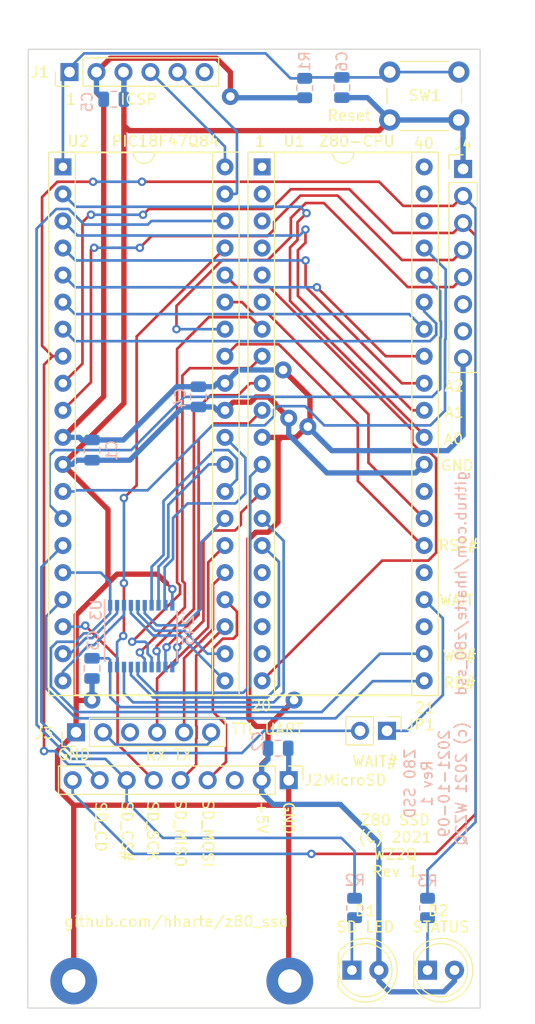
<source format=kicad_pcb>
(kicad_pcb (version 20171130) (host pcbnew "(5.1.10)-1")

  (general
    (thickness 1.6)
    (drawings 43)
    (tracks 555)
    (zones 0)
    (modules 22)
    (nets 51)
  )

  (page A4)
  (layers
    (0 F.Cu signal)
    (31 B.Cu signal)
    (32 B.Adhes user)
    (33 F.Adhes user)
    (34 B.Paste user)
    (35 F.Paste user)
    (36 B.SilkS user)
    (37 F.SilkS user)
    (38 B.Mask user)
    (39 F.Mask user)
    (40 Dwgs.User user)
    (41 Cmts.User user)
    (42 Eco1.User user)
    (43 Eco2.User user)
    (44 Edge.Cuts user)
    (45 Margin user)
    (46 B.CrtYd user)
    (47 F.CrtYd user)
    (48 B.Fab user)
    (49 F.Fab user)
  )

  (setup
    (last_trace_width 0.25)
    (trace_clearance 0.2)
    (zone_clearance 0.508)
    (zone_45_only no)
    (trace_min 0.2)
    (via_size 0.8)
    (via_drill 0.4)
    (via_min_size 0.4)
    (via_min_drill 0.3)
    (uvia_size 0.3)
    (uvia_drill 0.1)
    (uvias_allowed no)
    (uvia_min_size 0.2)
    (uvia_min_drill 0.1)
    (edge_width 0.05)
    (segment_width 0.2)
    (pcb_text_width 0.3)
    (pcb_text_size 1.5 1.5)
    (mod_edge_width 0.12)
    (mod_text_size 1 1)
    (mod_text_width 0.15)
    (pad_size 1.6 1.6)
    (pad_drill 0.8)
    (pad_to_mask_clearance 0)
    (aux_axis_origin 0 0)
    (visible_elements 7FFFFFFF)
    (pcbplotparams
      (layerselection 0x010f0_ffffffff)
      (usegerberextensions false)
      (usegerberattributes true)
      (usegerberadvancedattributes true)
      (creategerberjobfile true)
      (excludeedgelayer true)
      (linewidth 0.100000)
      (plotframeref false)
      (viasonmask false)
      (mode 1)
      (useauxorigin false)
      (hpglpennumber 1)
      (hpglpenspeed 20)
      (hpglpendiameter 15.000000)
      (psnegative false)
      (psa4output false)
      (plotreference true)
      (plotvalue true)
      (plotinvisibletext false)
      (padsonsilk false)
      (subtractmaskfromsilk false)
      (outputformat 1)
      (mirror false)
      (drillshape 0)
      (scaleselection 1)
      (outputdirectory "gerber/"))
  )

  (net 0 "")
  (net 1 GND)
  (net 2 +5V)
  (net 3 "Net-(J3-Pad2)")
  (net 4 /CPU_D_CE#)
  (net 5 /CPU_IORQ#)
  (net 6 /UART_RX)
  (net 7 /UART_TX)
  (net 8 /CPU_WAIT#)
  (net 9 /CPU_D0)
  (net 10 /CPU_D1)
  (net 11 /CPU_D2)
  (net 12 /CPU_D3)
  (net 13 /CPU_D4)
  (net 14 /CPU_D5)
  (net 15 /CPU_D6)
  (net 16 /CPU_D7)
  (net 17 /CPU_WR#)
  (net 18 /CPU_RD#)
  (net 19 /MCLR#)
  (net 20 /SD_CS#)
  (net 21 /SD_SCK)
  (net 22 /SD_MOSI)
  (net 23 /SD_MISO)
  (net 24 /CPU_A0)
  (net 25 /CPU_A1)
  (net 26 /CPU_A2)
  (net 27 /CPU_A3)
  (net 28 /CPU_A4)
  (net 29 /CPU_A5)
  (net 30 /CPU_A6)
  (net 31 /CPU_A7)
  (net 32 /MCU_D1)
  (net 33 /MCU_D0)
  (net 34 /MCU_D7)
  (net 35 /MCU_D6)
  (net 36 /MCU_D5)
  (net 37 /MCU_D4)
  (net 38 /MCU_D3)
  (net 39 /MCU_D2)
  (net 40 /CPU_RESET#)
  (net 41 /ICSP_PGC)
  (net 42 /MCU_RB1)
  (net 43 /MCU_RE1)
  (net 44 /MCU_RE0)
  (net 45 /MCU_RE2)
  (net 46 /MCU_WAIT#)
  (net 47 "Net-(J1-Pad4)")
  (net 48 /CPU_M1#)
  (net 49 "Net-(D1-Pad1)")
  (net 50 "Net-(D2-Pad1)")

  (net_class Default "This is the default net class."
    (clearance 0.2)
    (trace_width 0.25)
    (via_dia 0.8)
    (via_drill 0.4)
    (uvia_dia 0.3)
    (uvia_drill 0.1)
    (add_net /CPU_A0)
    (add_net /CPU_A1)
    (add_net /CPU_A2)
    (add_net /CPU_A3)
    (add_net /CPU_A4)
    (add_net /CPU_A5)
    (add_net /CPU_A6)
    (add_net /CPU_A7)
    (add_net /CPU_D0)
    (add_net /CPU_D1)
    (add_net /CPU_D2)
    (add_net /CPU_D3)
    (add_net /CPU_D4)
    (add_net /CPU_D5)
    (add_net /CPU_D6)
    (add_net /CPU_D7)
    (add_net /CPU_D_CE#)
    (add_net /CPU_IORQ#)
    (add_net /CPU_M1#)
    (add_net /CPU_RD#)
    (add_net /CPU_RESET#)
    (add_net /CPU_WAIT#)
    (add_net /CPU_WR#)
    (add_net /ICSP_PGC)
    (add_net /MCLR#)
    (add_net /MCU_D0)
    (add_net /MCU_D1)
    (add_net /MCU_D2)
    (add_net /MCU_D3)
    (add_net /MCU_D4)
    (add_net /MCU_D5)
    (add_net /MCU_D6)
    (add_net /MCU_D7)
    (add_net /MCU_RB1)
    (add_net /MCU_RE0)
    (add_net /MCU_RE1)
    (add_net /MCU_RE2)
    (add_net /MCU_WAIT#)
    (add_net /SD_CS#)
    (add_net /SD_MISO)
    (add_net /SD_MOSI)
    (add_net /SD_SCK)
    (add_net /UART_RX)
    (add_net /UART_TX)
    (add_net "Net-(D1-Pad1)")
    (add_net "Net-(D2-Pad1)")
    (add_net "Net-(J1-Pad4)")
    (add_net "Net-(J1-Pad6)")
    (add_net "Net-(J2-Pad3)")
    (add_net "Net-(J3-Pad2)")
    (add_net "Net-(J3-Pad3)")
    (add_net "Net-(J4-Pad6)")
    (add_net "Net-(J4-Pad7)")
    (add_net "Net-(U1-Pad1)")
    (add_net "Net-(U1-Pad16)")
    (add_net "Net-(U1-Pad17)")
    (add_net "Net-(U1-Pad18)")
    (add_net "Net-(U1-Pad19)")
    (add_net "Net-(U1-Pad2)")
    (add_net "Net-(U1-Pad23)")
    (add_net "Net-(U1-Pad25)")
    (add_net "Net-(U1-Pad28)")
    (add_net "Net-(U1-Pad3)")
    (add_net "Net-(U1-Pad38)")
    (add_net "Net-(U1-Pad39)")
    (add_net "Net-(U1-Pad4)")
    (add_net "Net-(U1-Pad40)")
    (add_net "Net-(U1-Pad5)")
    (add_net "Net-(U1-Pad6)")
  )

  (net_class Power ""
    (clearance 0.2)
    (trace_width 0.5)
    (via_dia 1.6)
    (via_drill 0.8)
    (uvia_dia 0.3)
    (uvia_drill 0.1)
    (add_net +5V)
    (add_net GND)
  )

  (module Resistor_SMD:R_0805_2012Metric (layer B.Cu) (tedit 5F68FEEE) (tstamp 615D7616)
    (at 178.054 127 90)
    (descr "Resistor SMD 0805 (2012 Metric), square (rectangular) end terminal, IPC_7351 nominal, (Body size source: IPC-SM-782 page 72, https://www.pcb-3d.com/wordpress/wp-content/uploads/ipc-sm-782a_amendment_1_and_2.pdf), generated with kicad-footprint-generator")
    (tags resistor)
    (path /6198D74E)
    (attr smd)
    (fp_text reference R3 (at 2.54 0 180) (layer B.SilkS)
      (effects (font (size 1 1) (thickness 0.15)) (justify mirror))
    )
    (fp_text value 470 (at 0 -1.65 90) (layer B.Fab)
      (effects (font (size 1 1) (thickness 0.15)) (justify mirror))
    )
    (fp_line (start 1.68 -0.95) (end -1.68 -0.95) (layer B.CrtYd) (width 0.05))
    (fp_line (start 1.68 0.95) (end 1.68 -0.95) (layer B.CrtYd) (width 0.05))
    (fp_line (start -1.68 0.95) (end 1.68 0.95) (layer B.CrtYd) (width 0.05))
    (fp_line (start -1.68 -0.95) (end -1.68 0.95) (layer B.CrtYd) (width 0.05))
    (fp_line (start -0.227064 -0.735) (end 0.227064 -0.735) (layer B.SilkS) (width 0.12))
    (fp_line (start -0.227064 0.735) (end 0.227064 0.735) (layer B.SilkS) (width 0.12))
    (fp_line (start 1 -0.625) (end -1 -0.625) (layer B.Fab) (width 0.1))
    (fp_line (start 1 0.625) (end 1 -0.625) (layer B.Fab) (width 0.1))
    (fp_line (start -1 0.625) (end 1 0.625) (layer B.Fab) (width 0.1))
    (fp_line (start -1 -0.625) (end -1 0.625) (layer B.Fab) (width 0.1))
    (fp_text user %R (at 0 0 90) (layer B.Fab)
      (effects (font (size 0.5 0.5) (thickness 0.08)) (justify mirror))
    )
    (pad 2 smd roundrect (at 0.9125 0 90) (size 1.025 1.4) (layers B.Cu B.Paste B.Mask) (roundrect_rratio 0.243902)
      (net 44 /MCU_RE0))
    (pad 1 smd roundrect (at -0.9125 0 90) (size 1.025 1.4) (layers B.Cu B.Paste B.Mask) (roundrect_rratio 0.243902)
      (net 50 "Net-(D2-Pad1)"))
    (model ${KISYS3DMOD}/Resistor_SMD.3dshapes/R_0805_2012Metric.wrl
      (at (xyz 0 0 0))
      (scale (xyz 1 1 1))
      (rotate (xyz 0 0 0))
    )
  )

  (module LED_THT:LED_D5.0mm (layer F.Cu) (tedit 5995936A) (tstamp 615D74AD)
    (at 178.054 132.842)
    (descr "LED, diameter 5.0mm, 2 pins, http://cdn-reichelt.de/documents/datenblatt/A500/LL-504BC2E-009.pdf")
    (tags "LED diameter 5.0mm 2 pins")
    (path /6198D75A)
    (fp_text reference D2 (at 1.016 -5.588) (layer F.SilkS)
      (effects (font (size 1 1) (thickness 0.15)))
    )
    (fp_text value LED (at 1.27 3.96) (layer F.Fab)
      (effects (font (size 1 1) (thickness 0.15)))
    )
    (fp_line (start 4.5 -3.25) (end -1.95 -3.25) (layer F.CrtYd) (width 0.05))
    (fp_line (start 4.5 3.25) (end 4.5 -3.25) (layer F.CrtYd) (width 0.05))
    (fp_line (start -1.95 3.25) (end 4.5 3.25) (layer F.CrtYd) (width 0.05))
    (fp_line (start -1.95 -3.25) (end -1.95 3.25) (layer F.CrtYd) (width 0.05))
    (fp_line (start -1.29 -1.545) (end -1.29 1.545) (layer F.SilkS) (width 0.12))
    (fp_line (start -1.23 -1.469694) (end -1.23 1.469694) (layer F.Fab) (width 0.1))
    (fp_circle (center 1.27 0) (end 3.77 0) (layer F.SilkS) (width 0.12))
    (fp_circle (center 1.27 0) (end 3.77 0) (layer F.Fab) (width 0.1))
    (fp_text user %R (at 1.25 0) (layer F.Fab)
      (effects (font (size 0.8 0.8) (thickness 0.2)))
    )
    (fp_arc (start 1.27 0) (end -1.29 1.54483) (angle -148.9) (layer F.SilkS) (width 0.12))
    (fp_arc (start 1.27 0) (end -1.29 -1.54483) (angle 148.9) (layer F.SilkS) (width 0.12))
    (fp_arc (start 1.27 0) (end -1.23 -1.469694) (angle 299.1) (layer F.Fab) (width 0.1))
    (pad 2 thru_hole circle (at 2.54 0) (size 1.8 1.8) (drill 0.9) (layers *.Cu *.Mask)
      (net 2 +5V))
    (pad 1 thru_hole rect (at 0 0) (size 1.8 1.8) (drill 0.9) (layers *.Cu *.Mask)
      (net 50 "Net-(D2-Pad1)"))
    (model ${KISYS3DMOD}/LED_THT.3dshapes/LED_D5.0mm.wrl
      (at (xyz 0 0 0))
      (scale (xyz 1 1 1))
      (rotate (xyz 0 0 0))
    )
  )

  (module MountingHole:MountingHole_2.2mm_M2_Pad (layer F.Cu) (tedit 56D1B4CB) (tstamp 615D4854)
    (at 165.1 133.858)
    (descr "Mounting Hole 2.2mm, M2")
    (tags "mounting hole 2.2mm m2")
    (path /61902C06)
    (attr virtual)
    (fp_text reference H2 (at 0 -3.2) (layer Dwgs.User)
      (effects (font (size 1 1) (thickness 0.15)))
    )
    (fp_text value MountingHole_Pad (at 0 3.2) (layer F.Fab)
      (effects (font (size 1 1) (thickness 0.15)))
    )
    (fp_circle (center 0 0) (end 2.45 0) (layer F.CrtYd) (width 0.05))
    (fp_circle (center 0 0) (end 2.2 0) (layer Cmts.User) (width 0.15))
    (fp_text user %R (at 0.3 0) (layer F.Fab)
      (effects (font (size 1 1) (thickness 0.15)))
    )
    (pad 1 thru_hole circle (at 0 0) (size 4.4 4.4) (drill 2.2) (layers *.Cu *.Mask)
      (net 1 GND))
  )

  (module MountingHole:MountingHole_2.2mm_M2_Pad (layer F.Cu) (tedit 56D1B4CB) (tstamp 615D4558)
    (at 144.78 133.858)
    (descr "Mounting Hole 2.2mm, M2")
    (tags "mounting hole 2.2mm m2")
    (path /61902488)
    (attr virtual)
    (fp_text reference H1 (at 0 -3.2) (layer Dwgs.User)
      (effects (font (size 1 1) (thickness 0.15)))
    )
    (fp_text value MountingHole_Pad (at 0 3.2) (layer F.Fab)
      (effects (font (size 1 1) (thickness 0.15)))
    )
    (fp_circle (center 0 0) (end 2.45 0) (layer F.CrtYd) (width 0.05))
    (fp_circle (center 0 0) (end 2.2 0) (layer Cmts.User) (width 0.15))
    (fp_text user %R (at 0.3 0) (layer F.Fab)
      (effects (font (size 1 1) (thickness 0.15)))
    )
    (pad 1 thru_hole circle (at 0 0) (size 4.4 4.4) (drill 2.2) (layers *.Cu *.Mask)
      (net 1 GND))
  )

  (module LED_THT:LED_D5.0mm (layer F.Cu) (tedit 5995936A) (tstamp 615D151F)
    (at 170.942 132.842)
    (descr "LED, diameter 5.0mm, 2 pins, http://cdn-reichelt.de/documents/datenblatt/A500/LL-504BC2E-009.pdf")
    (tags "LED diameter 5.0mm 2 pins")
    (path /6186B2F4)
    (fp_text reference D1 (at 1.27 -5.588) (layer F.SilkS)
      (effects (font (size 1 1) (thickness 0.15)))
    )
    (fp_text value LED (at 1.27 3.96) (layer F.Fab)
      (effects (font (size 1 1) (thickness 0.15)))
    )
    (fp_line (start 4.5 -3.25) (end -1.95 -3.25) (layer F.CrtYd) (width 0.05))
    (fp_line (start 4.5 3.25) (end 4.5 -3.25) (layer F.CrtYd) (width 0.05))
    (fp_line (start -1.95 3.25) (end 4.5 3.25) (layer F.CrtYd) (width 0.05))
    (fp_line (start -1.95 -3.25) (end -1.95 3.25) (layer F.CrtYd) (width 0.05))
    (fp_line (start -1.29 -1.545) (end -1.29 1.545) (layer F.SilkS) (width 0.12))
    (fp_line (start -1.23 -1.469694) (end -1.23 1.469694) (layer F.Fab) (width 0.1))
    (fp_circle (center 1.27 0) (end 3.77 0) (layer F.SilkS) (width 0.12))
    (fp_circle (center 1.27 0) (end 3.77 0) (layer F.Fab) (width 0.1))
    (fp_text user %R (at 1.25 0) (layer F.Fab)
      (effects (font (size 0.8 0.8) (thickness 0.2)))
    )
    (fp_arc (start 1.27 0) (end -1.29 1.54483) (angle -148.9) (layer F.SilkS) (width 0.12))
    (fp_arc (start 1.27 0) (end -1.29 -1.54483) (angle 148.9) (layer F.SilkS) (width 0.12))
    (fp_arc (start 1.27 0) (end -1.23 -1.469694) (angle 299.1) (layer F.Fab) (width 0.1))
    (pad 2 thru_hole circle (at 2.54 0) (size 1.8 1.8) (drill 0.9) (layers *.Cu *.Mask)
      (net 2 +5V))
    (pad 1 thru_hole rect (at 0 0) (size 1.8 1.8) (drill 0.9) (layers *.Cu *.Mask)
      (net 49 "Net-(D1-Pad1)"))
    (model ${KISYS3DMOD}/LED_THT.3dshapes/LED_D5.0mm.wrl
      (at (xyz 0 0 0))
      (scale (xyz 1 1 1))
      (rotate (xyz 0 0 0))
    )
  )

  (module Resistor_SMD:R_0805_2012Metric (layer B.Cu) (tedit 5F68FEEE) (tstamp 615D0E23)
    (at 171.196 127 90)
    (descr "Resistor SMD 0805 (2012 Metric), square (rectangular) end terminal, IPC_7351 nominal, (Body size source: IPC-SM-782 page 72, https://www.pcb-3d.com/wordpress/wp-content/uploads/ipc-sm-782a_amendment_1_and_2.pdf), generated with kicad-footprint-generator")
    (tags resistor)
    (path /6185DE25)
    (attr smd)
    (fp_text reference R2 (at 2.606 0.024) (layer B.SilkS)
      (effects (font (size 1 1) (thickness 0.15)) (justify mirror))
    )
    (fp_text value 470 (at 0 -1.65 90) (layer B.Fab)
      (effects (font (size 1 1) (thickness 0.15)) (justify mirror))
    )
    (fp_line (start 1.68 -0.95) (end -1.68 -0.95) (layer B.CrtYd) (width 0.05))
    (fp_line (start 1.68 0.95) (end 1.68 -0.95) (layer B.CrtYd) (width 0.05))
    (fp_line (start -1.68 0.95) (end 1.68 0.95) (layer B.CrtYd) (width 0.05))
    (fp_line (start -1.68 -0.95) (end -1.68 0.95) (layer B.CrtYd) (width 0.05))
    (fp_line (start -0.227064 -0.735) (end 0.227064 -0.735) (layer B.SilkS) (width 0.12))
    (fp_line (start -0.227064 0.735) (end 0.227064 0.735) (layer B.SilkS) (width 0.12))
    (fp_line (start 1 -0.625) (end -1 -0.625) (layer B.Fab) (width 0.1))
    (fp_line (start 1 0.625) (end 1 -0.625) (layer B.Fab) (width 0.1))
    (fp_line (start -1 0.625) (end 1 0.625) (layer B.Fab) (width 0.1))
    (fp_line (start -1 -0.625) (end -1 0.625) (layer B.Fab) (width 0.1))
    (fp_text user %R (at 0 0 90) (layer B.Fab)
      (effects (font (size 0.5 0.5) (thickness 0.08)) (justify mirror))
    )
    (pad 2 smd roundrect (at 0.9125 0 90) (size 1.025 1.4) (layers B.Cu B.Paste B.Mask) (roundrect_rratio 0.243902)
      (net 20 /SD_CS#))
    (pad 1 smd roundrect (at -0.9125 0 90) (size 1.025 1.4) (layers B.Cu B.Paste B.Mask) (roundrect_rratio 0.243902)
      (net 49 "Net-(D1-Pad1)"))
    (model ${KISYS3DMOD}/Resistor_SMD.3dshapes/R_0805_2012Metric.wrl
      (at (xyz 0 0 0))
      (scale (xyz 1 1 1))
      (rotate (xyz 0 0 0))
    )
  )

  (module Capacitor_SMD:C_0805_2012Metric (layer B.Cu) (tedit 5F68FEEE) (tstamp 614A1817)
    (at 146.5 84 270)
    (descr "Capacitor SMD 0805 (2012 Metric), square (rectangular) end terminal, IPC_7351 nominal, (Body size source: IPC-SM-782 page 76, https://www.pcb-3d.com/wordpress/wp-content/uploads/ipc-sm-782a_amendment_1_and_2.pdf, https://docs.google.com/spreadsheets/d/1BsfQQcO9C6DZCsRaXUlFlo91Tg2WpOkGARC1WS5S8t0/edit?usp=sharing), generated with kicad-footprint-generator")
    (tags capacitor)
    (path /5E6C5A8A)
    (attr smd)
    (fp_text reference C1 (at 0.04 -1.85 90) (layer B.SilkS)
      (effects (font (size 1 1) (thickness 0.15)) (justify mirror))
    )
    (fp_text value 0.1uF (at 1.25 -2.25 90) (layer B.Fab)
      (effects (font (size 1 1) (thickness 0.15)) (justify mirror))
    )
    (fp_line (start 1.7 -0.98) (end -1.7 -0.98) (layer B.CrtYd) (width 0.05))
    (fp_line (start 1.7 0.98) (end 1.7 -0.98) (layer B.CrtYd) (width 0.05))
    (fp_line (start -1.7 0.98) (end 1.7 0.98) (layer B.CrtYd) (width 0.05))
    (fp_line (start -1.7 -0.98) (end -1.7 0.98) (layer B.CrtYd) (width 0.05))
    (fp_line (start -0.261252 -0.735) (end 0.261252 -0.735) (layer B.SilkS) (width 0.12))
    (fp_line (start -0.261252 0.735) (end 0.261252 0.735) (layer B.SilkS) (width 0.12))
    (fp_line (start 1 -0.625) (end -1 -0.625) (layer B.Fab) (width 0.1))
    (fp_line (start 1 0.625) (end 1 -0.625) (layer B.Fab) (width 0.1))
    (fp_line (start -1 0.625) (end 1 0.625) (layer B.Fab) (width 0.1))
    (fp_line (start -1 -0.625) (end -1 0.625) (layer B.Fab) (width 0.1))
    (fp_text user %R (at 1.25 1.27 90) (layer B.Fab)
      (effects (font (size 0.6 0.6) (thickness 0.09)) (justify mirror))
    )
    (pad 2 smd roundrect (at 0.95 0 270) (size 1 1.45) (layers B.Cu B.Paste B.Mask) (roundrect_rratio 0.25)
      (net 1 GND))
    (pad 1 smd roundrect (at -0.95 0 270) (size 1 1.45) (layers B.Cu B.Paste B.Mask) (roundrect_rratio 0.25)
      (net 2 +5V))
    (model ${KISYS3DMOD}/Capacitor_SMD.3dshapes/C_0805_2012Metric.wrl
      (at (xyz 0 0 0))
      (scale (xyz 1 1 1))
      (rotate (xyz 0 0 0))
    )
  )

  (module Capacitor_SMD:C_0805_2012Metric (layer B.Cu) (tedit 5F68FEEE) (tstamp 614A182C)
    (at 164 112)
    (descr "Capacitor SMD 0805 (2012 Metric), square (rectangular) end terminal, IPC_7351 nominal, (Body size source: IPC-SM-782 page 76, https://www.pcb-3d.com/wordpress/wp-content/uploads/ipc-sm-782a_amendment_1_and_2.pdf, https://docs.google.com/spreadsheets/d/1BsfQQcO9C6DZCsRaXUlFlo91Tg2WpOkGARC1WS5S8t0/edit?usp=sharing), generated with kicad-footprint-generator")
    (tags capacitor)
    (path /5E6D9A3A)
    (attr smd)
    (fp_text reference C2 (at -1.905 -0.635 90) (layer B.SilkS)
      (effects (font (size 1 1) (thickness 0.15)) (justify mirror))
    )
    (fp_text value 0.1uF (at 1.25 -2.25) (layer B.Fab)
      (effects (font (size 1 1) (thickness 0.15)) (justify mirror))
    )
    (fp_line (start 1.7 -0.98) (end -1.7 -0.98) (layer B.CrtYd) (width 0.05))
    (fp_line (start 1.7 0.98) (end 1.7 -0.98) (layer B.CrtYd) (width 0.05))
    (fp_line (start -1.7 0.98) (end 1.7 0.98) (layer B.CrtYd) (width 0.05))
    (fp_line (start -1.7 -0.98) (end -1.7 0.98) (layer B.CrtYd) (width 0.05))
    (fp_line (start -0.261252 -0.735) (end 0.261252 -0.735) (layer B.SilkS) (width 0.12))
    (fp_line (start -0.261252 0.735) (end 0.261252 0.735) (layer B.SilkS) (width 0.12))
    (fp_line (start 1 -0.625) (end -1 -0.625) (layer B.Fab) (width 0.1))
    (fp_line (start 1 0.625) (end 1 -0.625) (layer B.Fab) (width 0.1))
    (fp_line (start -1 0.625) (end 1 0.625) (layer B.Fab) (width 0.1))
    (fp_line (start -1 -0.625) (end -1 0.625) (layer B.Fab) (width 0.1))
    (fp_text user %R (at 1.25 0) (layer B.Fab)
      (effects (font (size 0.6 0.6) (thickness 0.09)) (justify mirror))
    )
    (pad 2 smd roundrect (at 0.95 0) (size 1 1.45) (layers B.Cu B.Paste B.Mask) (roundrect_rratio 0.25)
      (net 1 GND))
    (pad 1 smd roundrect (at -0.95 0) (size 1 1.45) (layers B.Cu B.Paste B.Mask) (roundrect_rratio 0.25)
      (net 2 +5V))
    (model ${KISYS3DMOD}/Capacitor_SMD.3dshapes/C_0805_2012Metric.wrl
      (at (xyz 0 0 0))
      (scale (xyz 1 1 1))
      (rotate (xyz 0 0 0))
    )
  )

  (module Capacitor_SMD:C_0805_2012Metric (layer B.Cu) (tedit 5F68FEEE) (tstamp 614A1841)
    (at 146.5 104.5 270)
    (descr "Capacitor SMD 0805 (2012 Metric), square (rectangular) end terminal, IPC_7351 nominal, (Body size source: IPC-SM-782 page 76, https://www.pcb-3d.com/wordpress/wp-content/uploads/ipc-sm-782a_amendment_1_and_2.pdf, https://docs.google.com/spreadsheets/d/1BsfQQcO9C6DZCsRaXUlFlo91Tg2WpOkGARC1WS5S8t0/edit?usp=sharing), generated with kicad-footprint-generator")
    (tags capacitor)
    (path /5F47A888)
    (attr smd)
    (fp_text reference C3 (at -2.63 -0.11 270) (layer B.SilkS)
      (effects (font (size 1 1) (thickness 0.15)) (justify mirror))
    )
    (fp_text value 0.1uF (at 1.25 -2.25 270) (layer B.Fab)
      (effects (font (size 1 1) (thickness 0.15)) (justify mirror))
    )
    (fp_line (start 1.7 -0.98) (end -1.7 -0.98) (layer B.CrtYd) (width 0.05))
    (fp_line (start 1.7 0.98) (end 1.7 -0.98) (layer B.CrtYd) (width 0.05))
    (fp_line (start -1.7 0.98) (end 1.7 0.98) (layer B.CrtYd) (width 0.05))
    (fp_line (start -1.7 -0.98) (end -1.7 0.98) (layer B.CrtYd) (width 0.05))
    (fp_line (start -0.261252 -0.735) (end 0.261252 -0.735) (layer B.SilkS) (width 0.12))
    (fp_line (start -0.261252 0.735) (end 0.261252 0.735) (layer B.SilkS) (width 0.12))
    (fp_line (start 1 -0.625) (end -1 -0.625) (layer B.Fab) (width 0.1))
    (fp_line (start 1 0.625) (end 1 -0.625) (layer B.Fab) (width 0.1))
    (fp_line (start -1 0.625) (end 1 0.625) (layer B.Fab) (width 0.1))
    (fp_line (start -1 -0.625) (end -1 0.625) (layer B.Fab) (width 0.1))
    (fp_text user %R (at 7.62 -6.35 270) (layer B.Fab)
      (effects (font (size 0.6 0.6) (thickness 0.09)) (justify mirror))
    )
    (pad 2 smd roundrect (at 0.95 0 270) (size 1 1.45) (layers B.Cu B.Paste B.Mask) (roundrect_rratio 0.25)
      (net 1 GND))
    (pad 1 smd roundrect (at -0.95 0 270) (size 1 1.45) (layers B.Cu B.Paste B.Mask) (roundrect_rratio 0.25)
      (net 2 +5V))
    (model ${KISYS3DMOD}/Capacitor_SMD.3dshapes/C_0805_2012Metric.wrl
      (at (xyz 0 0 0))
      (scale (xyz 1 1 1))
      (rotate (xyz 0 0 0))
    )
  )

  (module Capacitor_SMD:C_0805_2012Metric (layer B.Cu) (tedit 5F68FEEE) (tstamp 615CA2E6)
    (at 156.5 79 270)
    (descr "Capacitor SMD 0805 (2012 Metric), square (rectangular) end terminal, IPC_7351 nominal, (Body size source: IPC-SM-782 page 76, https://www.pcb-3d.com/wordpress/wp-content/uploads/ipc-sm-782a_amendment_1_and_2.pdf, https://docs.google.com/spreadsheets/d/1BsfQQcO9C6DZCsRaXUlFlo91Tg2WpOkGARC1WS5S8t0/edit?usp=sharing), generated with kicad-footprint-generator")
    (tags capacitor)
    (path /5F23F3F2)
    (attr smd)
    (fp_text reference C4 (at 0.13 1.7 90) (layer B.SilkS)
      (effects (font (size 1 1) (thickness 0.15)) (justify mirror))
    )
    (fp_text value 0.1uF (at 1.25 -2.25 90) (layer B.Fab)
      (effects (font (size 1 1) (thickness 0.15)) (justify mirror))
    )
    (fp_line (start 1.7 -0.98) (end -1.7 -0.98) (layer B.CrtYd) (width 0.05))
    (fp_line (start 1.7 0.98) (end 1.7 -0.98) (layer B.CrtYd) (width 0.05))
    (fp_line (start -1.7 0.98) (end 1.7 0.98) (layer B.CrtYd) (width 0.05))
    (fp_line (start -1.7 -0.98) (end -1.7 0.98) (layer B.CrtYd) (width 0.05))
    (fp_line (start -0.261252 -0.735) (end 0.261252 -0.735) (layer B.SilkS) (width 0.12))
    (fp_line (start -0.261252 0.735) (end 0.261252 0.735) (layer B.SilkS) (width 0.12))
    (fp_line (start 1 -0.625) (end -1 -0.625) (layer B.Fab) (width 0.1))
    (fp_line (start 1 0.625) (end 1 -0.625) (layer B.Fab) (width 0.1))
    (fp_line (start -1 0.625) (end 1 0.625) (layer B.Fab) (width 0.1))
    (fp_line (start -1 -0.625) (end -1 0.625) (layer B.Fab) (width 0.1))
    (fp_text user %R (at 0.88 0 90) (layer B.Fab)
      (effects (font (size 0.6 0.6) (thickness 0.09)) (justify mirror))
    )
    (pad 2 smd roundrect (at 0.95 0 270) (size 1 1.45) (layers B.Cu B.Paste B.Mask) (roundrect_rratio 0.25)
      (net 1 GND))
    (pad 1 smd roundrect (at -0.95 0 270) (size 1 1.45) (layers B.Cu B.Paste B.Mask) (roundrect_rratio 0.25)
      (net 2 +5V))
    (model ${KISYS3DMOD}/Capacitor_SMD.3dshapes/C_0805_2012Metric.wrl
      (at (xyz 0 0 0))
      (scale (xyz 1 1 1))
      (rotate (xyz 0 0 0))
    )
  )

  (module Capacitor_SMD:C_0805_2012Metric (layer B.Cu) (tedit 5F68FEEE) (tstamp 614A186B)
    (at 148.55 51.054)
    (descr "Capacitor SMD 0805 (2012 Metric), square (rectangular) end terminal, IPC_7351 nominal, (Body size source: IPC-SM-782 page 76, https://www.pcb-3d.com/wordpress/wp-content/uploads/ipc-sm-782a_amendment_1_and_2.pdf, https://docs.google.com/spreadsheets/d/1BsfQQcO9C6DZCsRaXUlFlo91Tg2WpOkGARC1WS5S8t0/edit?usp=sharing), generated with kicad-footprint-generator")
    (tags capacitor)
    (path /5F23F406)
    (attr smd)
    (fp_text reference C5 (at -2.5 0.254 90) (layer B.SilkS)
      (effects (font (size 1 1) (thickness 0.15)) (justify mirror))
    )
    (fp_text value 0.1uF (at 1.25 -2.25) (layer B.Fab)
      (effects (font (size 1 1) (thickness 0.15)) (justify mirror))
    )
    (fp_line (start 1.7 -0.98) (end -1.7 -0.98) (layer B.CrtYd) (width 0.05))
    (fp_line (start 1.7 0.98) (end 1.7 -0.98) (layer B.CrtYd) (width 0.05))
    (fp_line (start -1.7 0.98) (end 1.7 0.98) (layer B.CrtYd) (width 0.05))
    (fp_line (start -1.7 -0.98) (end -1.7 0.98) (layer B.CrtYd) (width 0.05))
    (fp_line (start -0.261252 -0.735) (end 0.261252 -0.735) (layer B.SilkS) (width 0.12))
    (fp_line (start -0.261252 0.735) (end 0.261252 0.735) (layer B.SilkS) (width 0.12))
    (fp_line (start 1 -0.625) (end -1 -0.625) (layer B.Fab) (width 0.1))
    (fp_line (start 1 0.625) (end 1 -0.625) (layer B.Fab) (width 0.1))
    (fp_line (start -1 0.625) (end 1 0.625) (layer B.Fab) (width 0.1))
    (fp_line (start -1 -0.625) (end -1 0.625) (layer B.Fab) (width 0.1))
    (fp_text user %R (at 1.25 0) (layer B.Fab)
      (effects (font (size 0.6 0.6) (thickness 0.09)) (justify mirror))
    )
    (pad 2 smd roundrect (at 0.95 0) (size 1 1.45) (layers B.Cu B.Paste B.Mask) (roundrect_rratio 0.25)
      (net 1 GND))
    (pad 1 smd roundrect (at -0.95 0) (size 1 1.45) (layers B.Cu B.Paste B.Mask) (roundrect_rratio 0.25)
      (net 2 +5V))
    (model ${KISYS3DMOD}/Capacitor_SMD.3dshapes/C_0805_2012Metric.wrl
      (at (xyz 0 0 0))
      (scale (xyz 1 1 1))
      (rotate (xyz 0 0 0))
    )
  )

  (module Capacitor_SMD:C_0805_2012Metric (layer B.Cu) (tedit 5F68FEEE) (tstamp 614A187C)
    (at 170 49.95 270)
    (descr "Capacitor SMD 0805 (2012 Metric), square (rectangular) end terminal, IPC_7351 nominal, (Body size source: IPC-SM-782 page 76, https://www.pcb-3d.com/wordpress/wp-content/uploads/ipc-sm-782a_amendment_1_and_2.pdf, https://docs.google.com/spreadsheets/d/1BsfQQcO9C6DZCsRaXUlFlo91Tg2WpOkGARC1WS5S8t0/edit?usp=sharing), generated with kicad-footprint-generator")
    (tags capacitor)
    (path /5E576366)
    (attr smd)
    (fp_text reference C6 (at -2.45 0 270) (layer B.SilkS)
      (effects (font (size 1 1) (thickness 0.15)) (justify mirror))
    )
    (fp_text value 0.01uF (at 1.25 -2.05 270) (layer B.Fab)
      (effects (font (size 1 1) (thickness 0.15)) (justify mirror))
    )
    (fp_line (start 1.7 -0.98) (end -1.7 -0.98) (layer B.CrtYd) (width 0.05))
    (fp_line (start 1.7 0.98) (end 1.7 -0.98) (layer B.CrtYd) (width 0.05))
    (fp_line (start -1.7 0.98) (end 1.7 0.98) (layer B.CrtYd) (width 0.05))
    (fp_line (start -1.7 -0.98) (end -1.7 0.98) (layer B.CrtYd) (width 0.05))
    (fp_line (start -0.261252 -0.735) (end 0.261252 -0.735) (layer B.SilkS) (width 0.12))
    (fp_line (start -0.261252 0.735) (end 0.261252 0.735) (layer B.SilkS) (width 0.12))
    (fp_line (start 1 -0.625) (end -1 -0.625) (layer B.Fab) (width 0.1))
    (fp_line (start 1 0.625) (end 1 -0.625) (layer B.Fab) (width 0.1))
    (fp_line (start -1 0.625) (end 1 0.625) (layer B.Fab) (width 0.1))
    (fp_line (start -1 -0.625) (end -1 0.625) (layer B.Fab) (width 0.1))
    (fp_text user %R (at 1.25 0 270) (layer B.Fab)
      (effects (font (size 0.6 0.6) (thickness 0.09)) (justify mirror))
    )
    (pad 2 smd roundrect (at 0.95 0 270) (size 1 1.45) (layers B.Cu B.Paste B.Mask) (roundrect_rratio 0.25)
      (net 1 GND))
    (pad 1 smd roundrect (at -0.95 0 270) (size 1 1.45) (layers B.Cu B.Paste B.Mask) (roundrect_rratio 0.25)
      (net 19 /MCLR#))
    (model ${KISYS3DMOD}/Capacitor_SMD.3dshapes/C_0805_2012Metric.wrl
      (at (xyz 0 0 0))
      (scale (xyz 1 1 1))
      (rotate (xyz 0 0 0))
    )
  )

  (module Resistor_SMD:R_0805_2012Metric (layer B.Cu) (tedit 5F68FEEE) (tstamp 615CCE2F)
    (at 166.5 50 90)
    (descr "Resistor SMD 0805 (2012 Metric), square (rectangular) end terminal, IPC_7351 nominal, (Body size source: IPC-SM-782 page 72, https://www.pcb-3d.com/wordpress/wp-content/uploads/ipc-sm-782a_amendment_1_and_2.pdf), generated with kicad-footprint-generator")
    (tags resistor)
    (path /5E5837CE)
    (attr smd)
    (fp_text reference R1 (at 2.5 0 270) (layer B.SilkS)
      (effects (font (size 1 1) (thickness 0.15)) (justify mirror))
    )
    (fp_text value 10K (at 3.81 -2.37 270) (layer B.Fab)
      (effects (font (size 1 1) (thickness 0.15)) (justify mirror))
    )
    (fp_line (start 1.68 -0.95) (end -1.68 -0.95) (layer B.CrtYd) (width 0.05))
    (fp_line (start 1.68 0.95) (end 1.68 -0.95) (layer B.CrtYd) (width 0.05))
    (fp_line (start -1.68 0.95) (end 1.68 0.95) (layer B.CrtYd) (width 0.05))
    (fp_line (start -1.68 -0.95) (end -1.68 0.95) (layer B.CrtYd) (width 0.05))
    (fp_line (start -0.227064 -0.735) (end 0.227064 -0.735) (layer B.SilkS) (width 0.12))
    (fp_line (start -0.227064 0.735) (end 0.227064 0.735) (layer B.SilkS) (width 0.12))
    (fp_line (start 1 -0.625) (end -1 -0.625) (layer B.Fab) (width 0.1))
    (fp_line (start 1 0.625) (end 1 -0.625) (layer B.Fab) (width 0.1))
    (fp_line (start -1 0.625) (end 1 0.625) (layer B.Fab) (width 0.1))
    (fp_line (start -1 -0.625) (end -1 0.625) (layer B.Fab) (width 0.1))
    (fp_text user %R (at 3.81 0 270) (layer B.Fab)
      (effects (font (size 1 1) (thickness 0.15)) (justify mirror))
    )
    (pad 2 smd roundrect (at 0.9125 0 90) (size 1.025 1.4) (layers B.Cu B.Paste B.Mask) (roundrect_rratio 0.243902)
      (net 19 /MCLR#))
    (pad 1 smd roundrect (at -0.9125 0 90) (size 1.025 1.4) (layers B.Cu B.Paste B.Mask) (roundrect_rratio 0.243902)
      (net 2 +5V))
    (model ${KISYS3DMOD}/Resistor_SMD.3dshapes/R_0805_2012Metric.wrl
      (at (xyz 0 0 0))
      (scale (xyz 1 1 1))
      (rotate (xyz 0 0 0))
    )
  )

  (module Package_DIP:DIP-40_W15.24mm_Socket (layer F.Cu) (tedit 5A02E8C5) (tstamp 615CB061)
    (at 162.5 57.404)
    (descr "40-lead though-hole mounted DIP package, row spacing 15.24 mm (600 mils), Socket")
    (tags "THT DIP DIL PDIP 2.54mm 15.24mm 600mil Socket")
    (path /830CF3B8)
    (fp_text reference U1 (at 3 -2.404) (layer F.SilkS)
      (effects (font (size 1 1) (thickness 0.15)))
    )
    (fp_text value Z80CPU (at 7.62 50.59) (layer F.Fab)
      (effects (font (size 1 1) (thickness 0.15)))
    )
    (fp_line (start 16.8 -1.6) (end -1.55 -1.6) (layer F.CrtYd) (width 0.05))
    (fp_line (start 16.8 49.85) (end 16.8 -1.6) (layer F.CrtYd) (width 0.05))
    (fp_line (start -1.55 49.85) (end 16.8 49.85) (layer F.CrtYd) (width 0.05))
    (fp_line (start -1.55 -1.6) (end -1.55 49.85) (layer F.CrtYd) (width 0.05))
    (fp_line (start 16.57 -1.39) (end -1.33 -1.39) (layer F.SilkS) (width 0.12))
    (fp_line (start 16.57 49.65) (end 16.57 -1.39) (layer F.SilkS) (width 0.12))
    (fp_line (start -1.33 49.65) (end 16.57 49.65) (layer F.SilkS) (width 0.12))
    (fp_line (start -1.33 -1.39) (end -1.33 49.65) (layer F.SilkS) (width 0.12))
    (fp_line (start 14.08 -1.33) (end 8.62 -1.33) (layer F.SilkS) (width 0.12))
    (fp_line (start 14.08 49.59) (end 14.08 -1.33) (layer F.SilkS) (width 0.12))
    (fp_line (start 1.16 49.59) (end 14.08 49.59) (layer F.SilkS) (width 0.12))
    (fp_line (start 1.16 -1.33) (end 1.16 49.59) (layer F.SilkS) (width 0.12))
    (fp_line (start 6.62 -1.33) (end 1.16 -1.33) (layer F.SilkS) (width 0.12))
    (fp_line (start 16.51 -1.33) (end -1.27 -1.33) (layer F.Fab) (width 0.1))
    (fp_line (start 16.51 49.59) (end 16.51 -1.33) (layer F.Fab) (width 0.1))
    (fp_line (start -1.27 49.59) (end 16.51 49.59) (layer F.Fab) (width 0.1))
    (fp_line (start -1.27 -1.33) (end -1.27 49.59) (layer F.Fab) (width 0.1))
    (fp_line (start 0.255 -0.27) (end 1.255 -1.27) (layer F.Fab) (width 0.1))
    (fp_line (start 0.255 49.53) (end 0.255 -0.27) (layer F.Fab) (width 0.1))
    (fp_line (start 14.985 49.53) (end 0.255 49.53) (layer F.Fab) (width 0.1))
    (fp_line (start 14.985 -1.27) (end 14.985 49.53) (layer F.Fab) (width 0.1))
    (fp_line (start 1.255 -1.27) (end 14.985 -1.27) (layer F.Fab) (width 0.1))
    (fp_text user %R (at 7.62 24.13) (layer F.Fab)
      (effects (font (size 1 1) (thickness 0.15)))
    )
    (fp_arc (start 7.62 -1.33) (end 6.62 -1.33) (angle -180) (layer F.SilkS) (width 0.12))
    (pad 40 thru_hole oval (at 15.24 0) (size 1.6 1.6) (drill 0.8) (layers *.Cu *.Mask))
    (pad 20 thru_hole oval (at 0 48.26) (size 1.6 1.6) (drill 0.8) (layers *.Cu *.Mask)
      (net 5 /CPU_IORQ#))
    (pad 39 thru_hole oval (at 15.24 2.54) (size 1.6 1.6) (drill 0.8) (layers *.Cu *.Mask))
    (pad 19 thru_hole oval (at 0 45.72) (size 1.6 1.6) (drill 0.8) (layers *.Cu *.Mask))
    (pad 38 thru_hole oval (at 15.24 5.08) (size 1.6 1.6) (drill 0.8) (layers *.Cu *.Mask))
    (pad 18 thru_hole oval (at 0 43.18) (size 1.6 1.6) (drill 0.8) (layers *.Cu *.Mask))
    (pad 37 thru_hole oval (at 15.24 7.62) (size 1.6 1.6) (drill 0.8) (layers *.Cu *.Mask)
      (net 31 /CPU_A7))
    (pad 17 thru_hole oval (at 0 40.64) (size 1.6 1.6) (drill 0.8) (layers *.Cu *.Mask))
    (pad 36 thru_hole oval (at 15.24 10.16) (size 1.6 1.6) (drill 0.8) (layers *.Cu *.Mask)
      (net 30 /CPU_A6))
    (pad 16 thru_hole oval (at 0 38.1) (size 1.6 1.6) (drill 0.8) (layers *.Cu *.Mask))
    (pad 35 thru_hole oval (at 15.24 12.7) (size 1.6 1.6) (drill 0.8) (layers *.Cu *.Mask)
      (net 29 /CPU_A5))
    (pad 15 thru_hole oval (at 0 35.56) (size 1.6 1.6) (drill 0.8) (layers *.Cu *.Mask)
      (net 10 /CPU_D1))
    (pad 34 thru_hole oval (at 15.24 15.24) (size 1.6 1.6) (drill 0.8) (layers *.Cu *.Mask)
      (net 28 /CPU_A4))
    (pad 14 thru_hole oval (at 0 33.02) (size 1.6 1.6) (drill 0.8) (layers *.Cu *.Mask)
      (net 9 /CPU_D0))
    (pad 33 thru_hole oval (at 15.24 17.78) (size 1.6 1.6) (drill 0.8) (layers *.Cu *.Mask)
      (net 27 /CPU_A3))
    (pad 13 thru_hole oval (at 0 30.48) (size 1.6 1.6) (drill 0.8) (layers *.Cu *.Mask)
      (net 16 /CPU_D7))
    (pad 32 thru_hole oval (at 15.24 20.32) (size 1.6 1.6) (drill 0.8) (layers *.Cu *.Mask)
      (net 26 /CPU_A2))
    (pad 12 thru_hole oval (at 0 27.94) (size 1.6 1.6) (drill 0.8) (layers *.Cu *.Mask)
      (net 11 /CPU_D2))
    (pad 31 thru_hole oval (at 15.24 22.86) (size 1.6 1.6) (drill 0.8) (layers *.Cu *.Mask)
      (net 25 /CPU_A1))
    (pad 11 thru_hole oval (at 0 25.4) (size 1.6 1.6) (drill 0.8) (layers *.Cu *.Mask)
      (net 2 +5V))
    (pad 30 thru_hole oval (at 15.24 25.4) (size 1.6 1.6) (drill 0.8) (layers *.Cu *.Mask)
      (net 24 /CPU_A0))
    (pad 10 thru_hole oval (at 0 22.86) (size 1.6 1.6) (drill 0.8) (layers *.Cu *.Mask)
      (net 15 /CPU_D6))
    (pad 29 thru_hole oval (at 15.24 27.94) (size 1.6 1.6) (drill 0.8) (layers *.Cu *.Mask)
      (net 1 GND))
    (pad 9 thru_hole oval (at 0 20.32) (size 1.6 1.6) (drill 0.8) (layers *.Cu *.Mask)
      (net 14 /CPU_D5))
    (pad 28 thru_hole oval (at 15.24 30.48) (size 1.6 1.6) (drill 0.8) (layers *.Cu *.Mask))
    (pad 8 thru_hole oval (at 0 17.78) (size 1.6 1.6) (drill 0.8) (layers *.Cu *.Mask)
      (net 12 /CPU_D3))
    (pad 27 thru_hole oval (at 15.24 33.02) (size 1.6 1.6) (drill 0.8) (layers *.Cu *.Mask)
      (net 48 /CPU_M1#))
    (pad 7 thru_hole oval (at 0 15.24) (size 1.6 1.6) (drill 0.8) (layers *.Cu *.Mask)
      (net 13 /CPU_D4))
    (pad 26 thru_hole oval (at 15.24 35.56) (size 1.6 1.6) (drill 0.8) (layers *.Cu *.Mask)
      (net 40 /CPU_RESET#))
    (pad 6 thru_hole oval (at 0 12.7) (size 1.6 1.6) (drill 0.8) (layers *.Cu *.Mask))
    (pad 25 thru_hole oval (at 15.24 38.1) (size 1.6 1.6) (drill 0.8) (layers *.Cu *.Mask))
    (pad 5 thru_hole oval (at 0 10.16) (size 1.6 1.6) (drill 0.8) (layers *.Cu *.Mask))
    (pad 24 thru_hole oval (at 15.24 40.64) (size 1.6 1.6) (drill 0.8) (layers *.Cu *.Mask)
      (net 8 /CPU_WAIT#))
    (pad 4 thru_hole oval (at 0 7.62) (size 1.6 1.6) (drill 0.8) (layers *.Cu *.Mask))
    (pad 23 thru_hole oval (at 15.24 43.18) (size 1.6 1.6) (drill 0.8) (layers *.Cu *.Mask))
    (pad 3 thru_hole oval (at 0 5.08) (size 1.6 1.6) (drill 0.8) (layers *.Cu *.Mask))
    (pad 22 thru_hole oval (at 15.24 45.72) (size 1.6 1.6) (drill 0.8) (layers *.Cu *.Mask)
      (net 17 /CPU_WR#))
    (pad 2 thru_hole oval (at 0 2.54) (size 1.6 1.6) (drill 0.8) (layers *.Cu *.Mask))
    (pad 21 thru_hole oval (at 15.24 48.26) (size 1.6 1.6) (drill 0.8) (layers *.Cu *.Mask)
      (net 18 /CPU_RD#))
    (pad 1 thru_hole rect (at 0 0) (size 1.6 1.6) (drill 0.8) (layers *.Cu *.Mask))
    (model ${KISYS3DMOD}/Package_DIP.3dshapes/DIP-40_W15.24mm_Socket.wrl
      (at (xyz 0 0 0))
      (scale (xyz 1 1 1))
      (rotate (xyz 0 0 0))
    )
  )

  (module Package_DIP:DIP-40_W15.24mm_Socket (layer F.Cu) (tedit 5A02E8C5) (tstamp 614A19E6)
    (at 143.764 57.404)
    (descr "40-lead though-hole mounted DIP package, row spacing 15.24 mm (600 mils), Socket")
    (tags "THT DIP DIL PDIP 2.54mm 15.24mm 600mil Socket")
    (path /830F38DB)
    (fp_text reference U2 (at 1.436 -2.404) (layer F.SilkS)
      (effects (font (size 1 1) (thickness 0.15)))
    )
    (fp_text value PIC18F47Q84 (at 7.62 50.59) (layer F.Fab)
      (effects (font (size 1 1) (thickness 0.15)))
    )
    (fp_line (start 16.8 -1.6) (end -1.55 -1.6) (layer F.CrtYd) (width 0.05))
    (fp_line (start 16.8 49.85) (end 16.8 -1.6) (layer F.CrtYd) (width 0.05))
    (fp_line (start -1.55 49.85) (end 16.8 49.85) (layer F.CrtYd) (width 0.05))
    (fp_line (start -1.55 -1.6) (end -1.55 49.85) (layer F.CrtYd) (width 0.05))
    (fp_line (start 16.57 -1.39) (end -1.33 -1.39) (layer F.SilkS) (width 0.12))
    (fp_line (start 16.57 49.65) (end 16.57 -1.39) (layer F.SilkS) (width 0.12))
    (fp_line (start -1.33 49.65) (end 16.57 49.65) (layer F.SilkS) (width 0.12))
    (fp_line (start -1.33 -1.39) (end -1.33 49.65) (layer F.SilkS) (width 0.12))
    (fp_line (start 14.08 -1.33) (end 8.62 -1.33) (layer F.SilkS) (width 0.12))
    (fp_line (start 14.08 49.59) (end 14.08 -1.33) (layer F.SilkS) (width 0.12))
    (fp_line (start 1.16 49.59) (end 14.08 49.59) (layer F.SilkS) (width 0.12))
    (fp_line (start 1.16 -1.33) (end 1.16 49.59) (layer F.SilkS) (width 0.12))
    (fp_line (start 6.62 -1.33) (end 1.16 -1.33) (layer F.SilkS) (width 0.12))
    (fp_line (start 16.51 -1.33) (end -1.27 -1.33) (layer F.Fab) (width 0.1))
    (fp_line (start 16.51 49.59) (end 16.51 -1.33) (layer F.Fab) (width 0.1))
    (fp_line (start -1.27 49.59) (end 16.51 49.59) (layer F.Fab) (width 0.1))
    (fp_line (start -1.27 -1.33) (end -1.27 49.59) (layer F.Fab) (width 0.1))
    (fp_line (start 0.255 -0.27) (end 1.255 -1.27) (layer F.Fab) (width 0.1))
    (fp_line (start 0.255 49.53) (end 0.255 -0.27) (layer F.Fab) (width 0.1))
    (fp_line (start 14.985 49.53) (end 0.255 49.53) (layer F.Fab) (width 0.1))
    (fp_line (start 14.985 -1.27) (end 14.985 49.53) (layer F.Fab) (width 0.1))
    (fp_line (start 1.255 -1.27) (end 14.985 -1.27) (layer F.Fab) (width 0.1))
    (fp_text user %R (at 7.62 24.13) (layer F.Fab)
      (effects (font (size 1 1) (thickness 0.15)))
    )
    (fp_arc (start 7.62 -1.33) (end 6.62 -1.33) (angle -180) (layer F.SilkS) (width 0.12))
    (pad 40 thru_hole oval (at 15.24 0) (size 1.6 1.6) (drill 0.8) (layers *.Cu *.Mask)
      (net 47 "Net-(J1-Pad4)"))
    (pad 20 thru_hole oval (at 0 48.26) (size 1.6 1.6) (drill 0.8) (layers *.Cu *.Mask)
      (net 32 /MCU_D1))
    (pad 39 thru_hole oval (at 15.24 2.54) (size 1.6 1.6) (drill 0.8) (layers *.Cu *.Mask)
      (net 41 /ICSP_PGC))
    (pad 19 thru_hole oval (at 0 45.72) (size 1.6 1.6) (drill 0.8) (layers *.Cu *.Mask)
      (net 33 /MCU_D0))
    (pad 38 thru_hole oval (at 15.24 5.08) (size 1.6 1.6) (drill 0.8) (layers *.Cu *.Mask)
      (net 20 /SD_CS#))
    (pad 18 thru_hole oval (at 0 43.18) (size 1.6 1.6) (drill 0.8) (layers *.Cu *.Mask)
      (net 21 /SD_SCK))
    (pad 37 thru_hole oval (at 15.24 7.62) (size 1.6 1.6) (drill 0.8) (layers *.Cu *.Mask)
      (net 4 /CPU_D_CE#))
    (pad 17 thru_hole oval (at 0 40.64) (size 1.6 1.6) (drill 0.8) (layers *.Cu *.Mask)
      (net 18 /CPU_RD#))
    (pad 36 thru_hole oval (at 15.24 10.16) (size 1.6 1.6) (drill 0.8) (layers *.Cu *.Mask)
      (net 5 /CPU_IORQ#))
    (pad 16 thru_hole oval (at 0 38.1) (size 1.6 1.6) (drill 0.8) (layers *.Cu *.Mask)
      (net 17 /CPU_WR#))
    (pad 35 thru_hole oval (at 15.24 12.7) (size 1.6 1.6) (drill 0.8) (layers *.Cu *.Mask)
      (net 48 /CPU_M1#))
    (pad 15 thru_hole oval (at 0 35.56) (size 1.6 1.6) (drill 0.8) (layers *.Cu *.Mask)
      (net 46 /MCU_WAIT#))
    (pad 34 thru_hole oval (at 15.24 15.24) (size 1.6 1.6) (drill 0.8) (layers *.Cu *.Mask)
      (net 42 /MCU_RB1))
    (pad 14 thru_hole oval (at 0 33.02) (size 1.6 1.6) (drill 0.8) (layers *.Cu *.Mask)
      (net 30 /CPU_A6))
    (pad 33 thru_hole oval (at 15.24 17.78) (size 1.6 1.6) (drill 0.8) (layers *.Cu *.Mask)
      (net 40 /CPU_RESET#))
    (pad 13 thru_hole oval (at 0 30.48) (size 1.6 1.6) (drill 0.8) (layers *.Cu *.Mask)
      (net 31 /CPU_A7))
    (pad 32 thru_hole oval (at 15.24 20.32) (size 1.6 1.6) (drill 0.8) (layers *.Cu *.Mask)
      (net 2 +5V))
    (pad 12 thru_hole oval (at 0 27.94) (size 1.6 1.6) (drill 0.8) (layers *.Cu *.Mask)
      (net 1 GND))
    (pad 31 thru_hole oval (at 15.24 22.86) (size 1.6 1.6) (drill 0.8) (layers *.Cu *.Mask)
      (net 1 GND))
    (pad 11 thru_hole oval (at 0 25.4) (size 1.6 1.6) (drill 0.8) (layers *.Cu *.Mask)
      (net 2 +5V))
    (pad 30 thru_hole oval (at 15.24 25.4) (size 1.6 1.6) (drill 0.8) (layers *.Cu *.Mask)
      (net 34 /MCU_D7))
    (pad 10 thru_hole oval (at 0 22.86) (size 1.6 1.6) (drill 0.8) (layers *.Cu *.Mask)
      (net 45 /MCU_RE2))
    (pad 29 thru_hole oval (at 15.24 27.94) (size 1.6 1.6) (drill 0.8) (layers *.Cu *.Mask)
      (net 35 /MCU_D6))
    (pad 9 thru_hole oval (at 0 20.32) (size 1.6 1.6) (drill 0.8) (layers *.Cu *.Mask)
      (net 43 /MCU_RE1))
    (pad 28 thru_hole oval (at 15.24 30.48) (size 1.6 1.6) (drill 0.8) (layers *.Cu *.Mask)
      (net 36 /MCU_D5))
    (pad 8 thru_hole oval (at 0 17.78) (size 1.6 1.6) (drill 0.8) (layers *.Cu *.Mask)
      (net 44 /MCU_RE0))
    (pad 27 thru_hole oval (at 15.24 33.02) (size 1.6 1.6) (drill 0.8) (layers *.Cu *.Mask)
      (net 37 /MCU_D4))
    (pad 7 thru_hole oval (at 0 15.24) (size 1.6 1.6) (drill 0.8) (layers *.Cu *.Mask)
      (net 29 /CPU_A5))
    (pad 26 thru_hole oval (at 15.24 35.56) (size 1.6 1.6) (drill 0.8) (layers *.Cu *.Mask)
      (net 6 /UART_RX))
    (pad 6 thru_hole oval (at 0 12.7) (size 1.6 1.6) (drill 0.8) (layers *.Cu *.Mask)
      (net 28 /CPU_A4))
    (pad 25 thru_hole oval (at 15.24 38.1) (size 1.6 1.6) (drill 0.8) (layers *.Cu *.Mask)
      (net 7 /UART_TX))
    (pad 5 thru_hole oval (at 0 10.16) (size 1.6 1.6) (drill 0.8) (layers *.Cu *.Mask)
      (net 27 /CPU_A3))
    (pad 24 thru_hole oval (at 15.24 40.64) (size 1.6 1.6) (drill 0.8) (layers *.Cu *.Mask)
      (net 22 /SD_MOSI))
    (pad 4 thru_hole oval (at 0 7.62) (size 1.6 1.6) (drill 0.8) (layers *.Cu *.Mask)
      (net 26 /CPU_A2))
    (pad 23 thru_hole oval (at 15.24 43.18) (size 1.6 1.6) (drill 0.8) (layers *.Cu *.Mask)
      (net 23 /SD_MISO))
    (pad 3 thru_hole oval (at 0 5.08) (size 1.6 1.6) (drill 0.8) (layers *.Cu *.Mask)
      (net 25 /CPU_A1))
    (pad 22 thru_hole oval (at 15.24 45.72) (size 1.6 1.6) (drill 0.8) (layers *.Cu *.Mask)
      (net 38 /MCU_D3))
    (pad 2 thru_hole oval (at 0 2.54) (size 1.6 1.6) (drill 0.8) (layers *.Cu *.Mask)
      (net 24 /CPU_A0))
    (pad 21 thru_hole oval (at 15.24 48.26) (size 1.6 1.6) (drill 0.8) (layers *.Cu *.Mask)
      (net 39 /MCU_D2))
    (pad 1 thru_hole rect (at 0 0) (size 1.6 1.6) (drill 0.8) (layers *.Cu *.Mask)
      (net 19 /MCLR#))
    (model ${KISYS3DMOD}/Package_DIP.3dshapes/DIP-40_W15.24mm_Socket.wrl
      (at (xyz 0 0 0))
      (scale (xyz 1 1 1))
      (rotate (xyz 0 0 0))
    )
  )

  (module Package_SO:SSOP-20_4.4x6.5mm_P0.65mm (layer B.Cu) (tedit 5A02F25C) (tstamp 614A6135)
    (at 151.13 101.473 270)
    (descr "SSOP20: plastic shrink small outline package; 20 leads; body width 4.4 mm; (see NXP SSOP-TSSOP-VSO-REFLOW.pdf and sot266-1_po.pdf)")
    (tags "SSOP 0.65")
    (path /831893A6)
    (attr smd)
    (fp_text reference U3 (at -2.453 4.24 90) (layer B.SilkS)
      (effects (font (size 1 1) (thickness 0.15)) (justify mirror))
    )
    (fp_text value 74HC245 (at -4.445 -0.254 180) (layer B.Fab)
      (effects (font (size 1 1) (thickness 0.15)) (justify mirror))
    )
    (fp_line (start -2.325 -3.375) (end 2.325 -3.375) (layer B.SilkS) (width 0.15))
    (fp_line (start -3.4 3.45) (end 2.325 3.45) (layer B.SilkS) (width 0.15))
    (fp_line (start -2.325 -3.375) (end -2.325 -3.35) (layer B.SilkS) (width 0.15))
    (fp_line (start 2.325 -3.375) (end 2.325 -3.35) (layer B.SilkS) (width 0.15))
    (fp_line (start 2.325 3.45) (end 2.325 3.35) (layer B.SilkS) (width 0.15))
    (fp_line (start -3.65 -3.55) (end 3.65 -3.55) (layer B.CrtYd) (width 0.05))
    (fp_line (start -3.65 3.55) (end 3.65 3.55) (layer B.CrtYd) (width 0.05))
    (fp_line (start 3.65 3.55) (end 3.65 -3.55) (layer B.CrtYd) (width 0.05))
    (fp_line (start -3.65 3.55) (end -3.65 -3.55) (layer B.CrtYd) (width 0.05))
    (fp_line (start -2.2 2.25) (end -1.2 3.25) (layer B.Fab) (width 0.15))
    (fp_line (start -2.2 -3.25) (end -2.2 2.25) (layer B.Fab) (width 0.15))
    (fp_line (start 2.2 -3.25) (end -2.2 -3.25) (layer B.Fab) (width 0.15))
    (fp_line (start 2.2 3.25) (end 2.2 -3.25) (layer B.Fab) (width 0.15))
    (fp_line (start -1.2 3.25) (end 2.2 3.25) (layer B.Fab) (width 0.15))
    (fp_text user %R (at 0 4.318 90) (layer B.Fab)
      (effects (font (size 1 1) (thickness 0.15)) (justify mirror))
    )
    (pad 20 smd rect (at 2.9 2.925 270) (size 1 0.4) (layers B.Cu B.Paste B.Mask)
      (net 2 +5V))
    (pad 19 smd rect (at 2.9 2.275 270) (size 1 0.4) (layers B.Cu B.Paste B.Mask)
      (net 4 /CPU_D_CE#))
    (pad 18 smd rect (at 2.9 1.625 270) (size 1 0.4) (layers B.Cu B.Paste B.Mask)
      (net 9 /CPU_D0))
    (pad 17 smd rect (at 2.9 0.975 270) (size 1 0.4) (layers B.Cu B.Paste B.Mask)
      (net 10 /CPU_D1))
    (pad 16 smd rect (at 2.9 0.325 270) (size 1 0.4) (layers B.Cu B.Paste B.Mask)
      (net 11 /CPU_D2))
    (pad 15 smd rect (at 2.9 -0.325 270) (size 1 0.4) (layers B.Cu B.Paste B.Mask)
      (net 12 /CPU_D3))
    (pad 14 smd rect (at 2.9 -0.975 270) (size 1 0.4) (layers B.Cu B.Paste B.Mask)
      (net 13 /CPU_D4))
    (pad 13 smd rect (at 2.9 -1.625 270) (size 1 0.4) (layers B.Cu B.Paste B.Mask)
      (net 14 /CPU_D5))
    (pad 12 smd rect (at 2.9 -2.275 270) (size 1 0.4) (layers B.Cu B.Paste B.Mask)
      (net 15 /CPU_D6))
    (pad 11 smd rect (at 2.9 -2.925 270) (size 1 0.4) (layers B.Cu B.Paste B.Mask)
      (net 16 /CPU_D7))
    (pad 10 smd rect (at -2.9 -2.925 270) (size 1 0.4) (layers B.Cu B.Paste B.Mask)
      (net 1 GND))
    (pad 9 smd rect (at -2.9 -2.275 270) (size 1 0.4) (layers B.Cu B.Paste B.Mask)
      (net 34 /MCU_D7))
    (pad 8 smd rect (at -2.9 -1.625 270) (size 1 0.4) (layers B.Cu B.Paste B.Mask)
      (net 35 /MCU_D6))
    (pad 7 smd rect (at -2.9 -0.975 270) (size 1 0.4) (layers B.Cu B.Paste B.Mask)
      (net 36 /MCU_D5))
    (pad 6 smd rect (at -2.9 -0.325 270) (size 1 0.4) (layers B.Cu B.Paste B.Mask)
      (net 37 /MCU_D4))
    (pad 5 smd rect (at -2.9 0.325 270) (size 1 0.4) (layers B.Cu B.Paste B.Mask)
      (net 38 /MCU_D3))
    (pad 4 smd rect (at -2.9 0.975 270) (size 1 0.4) (layers B.Cu B.Paste B.Mask)
      (net 39 /MCU_D2))
    (pad 3 smd rect (at -2.9 1.625 270) (size 1 0.4) (layers B.Cu B.Paste B.Mask)
      (net 32 /MCU_D1))
    (pad 2 smd rect (at -2.9 2.275 270) (size 1 0.4) (layers B.Cu B.Paste B.Mask)
      (net 33 /MCU_D0))
    (pad 1 smd rect (at -2.9 2.925 270) (size 1 0.4) (layers B.Cu B.Paste B.Mask)
      (net 17 /CPU_WR#))
    (model ${KISYS3DMOD}/Package_SO.3dshapes/SSOP-20_4.4x6.5mm_P0.65mm.wrl
      (at (xyz 0 0 0))
      (scale (xyz 1 1 1))
      (rotate (xyz 0 0 0))
    )
  )

  (module Connector_PinHeader_2.54mm:PinHeader_1x09_P2.54mm_Vertical (layer F.Cu) (tedit 59FED5CC) (tstamp 615C9ED4)
    (at 165 115 270)
    (descr "Through hole straight pin header, 1x09, 2.54mm pitch, single row")
    (tags "Through hole pin header THT 1x09 2.54mm single row")
    (path /6170D2F5)
    (fp_text reference J2 (at 0 -2.33 180) (layer F.SilkS)
      (effects (font (size 1 1) (thickness 0.15)))
    )
    (fp_text value Pololu-2587_MicroSD (at 0 22.65 90) (layer F.Fab)
      (effects (font (size 1 1) (thickness 0.15)))
    )
    (fp_line (start 1.8 -1.8) (end -1.8 -1.8) (layer F.CrtYd) (width 0.05))
    (fp_line (start 1.8 22.1) (end 1.8 -1.8) (layer F.CrtYd) (width 0.05))
    (fp_line (start -1.8 22.1) (end 1.8 22.1) (layer F.CrtYd) (width 0.05))
    (fp_line (start -1.8 -1.8) (end -1.8 22.1) (layer F.CrtYd) (width 0.05))
    (fp_line (start -1.33 -1.33) (end 0 -1.33) (layer F.SilkS) (width 0.12))
    (fp_line (start -1.33 0) (end -1.33 -1.33) (layer F.SilkS) (width 0.12))
    (fp_line (start -1.33 1.27) (end 1.33 1.27) (layer F.SilkS) (width 0.12))
    (fp_line (start 1.33 1.27) (end 1.33 21.65) (layer F.SilkS) (width 0.12))
    (fp_line (start -1.33 1.27) (end -1.33 21.65) (layer F.SilkS) (width 0.12))
    (fp_line (start -1.33 21.65) (end 1.33 21.65) (layer F.SilkS) (width 0.12))
    (fp_line (start -1.27 -0.635) (end -0.635 -1.27) (layer F.Fab) (width 0.1))
    (fp_line (start -1.27 21.59) (end -1.27 -0.635) (layer F.Fab) (width 0.1))
    (fp_line (start 1.27 21.59) (end -1.27 21.59) (layer F.Fab) (width 0.1))
    (fp_line (start 1.27 -1.27) (end 1.27 21.59) (layer F.Fab) (width 0.1))
    (fp_line (start -0.635 -1.27) (end 1.27 -1.27) (layer F.Fab) (width 0.1))
    (fp_text user %R (at 0 10.16) (layer F.Fab)
      (effects (font (size 1 1) (thickness 0.15)))
    )
    (pad 9 thru_hole oval (at 0 20.32 270) (size 1.7 1.7) (drill 1) (layers *.Cu *.Mask)
      (net 43 /MCU_RE1))
    (pad 8 thru_hole oval (at 0 17.78 270) (size 1.7 1.7) (drill 1) (layers *.Cu *.Mask)
      (net 44 /MCU_RE0))
    (pad 7 thru_hole oval (at 0 15.24 270) (size 1.7 1.7) (drill 1) (layers *.Cu *.Mask)
      (net 20 /SD_CS#))
    (pad 6 thru_hole oval (at 0 12.7 270) (size 1.7 1.7) (drill 1) (layers *.Cu *.Mask)
      (net 21 /SD_SCK))
    (pad 5 thru_hole oval (at 0 10.16 270) (size 1.7 1.7) (drill 1) (layers *.Cu *.Mask)
      (net 23 /SD_MISO))
    (pad 4 thru_hole oval (at 0 7.62 270) (size 1.7 1.7) (drill 1) (layers *.Cu *.Mask)
      (net 22 /SD_MOSI))
    (pad 3 thru_hole oval (at 0 5.08 270) (size 1.7 1.7) (drill 1) (layers *.Cu *.Mask))
    (pad 2 thru_hole oval (at 0 2.54 270) (size 1.7 1.7) (drill 1) (layers *.Cu *.Mask)
      (net 2 +5V))
    (pad 1 thru_hole rect (at 0 0 270) (size 1.7 1.7) (drill 1) (layers *.Cu *.Mask)
      (net 1 GND))
    (model ${KISYS3DMOD}/Connector_PinHeader_2.54mm.3dshapes/PinHeader_1x09_P2.54mm_Vertical.wrl
      (at (xyz 0 0 0))
      (scale (xyz 1 1 1))
      (rotate (xyz 0 0 0))
    )
  )

  (module Connector_PinHeader_2.54mm:PinHeader_1x06_P2.54mm_Vertical (layer F.Cu) (tedit 59FED5CC) (tstamp 614A7974)
    (at 145 110.5 90)
    (descr "Through hole straight pin header, 1x06, 2.54mm pitch, single row")
    (tags "Through hole pin header THT 1x06 2.54mm single row")
    (path /614BB8AF)
    (fp_text reference J3 (at -0.1 -3 180) (layer F.SilkS)
      (effects (font (size 1 1) (thickness 0.15)))
    )
    (fp_text value Conn_01x06_Male (at 0 15.03 90) (layer F.Fab)
      (effects (font (size 1 1) (thickness 0.15)))
    )
    (fp_line (start -0.635 -1.27) (end 1.27 -1.27) (layer F.Fab) (width 0.1))
    (fp_line (start 1.27 -1.27) (end 1.27 13.97) (layer F.Fab) (width 0.1))
    (fp_line (start 1.27 13.97) (end -1.27 13.97) (layer F.Fab) (width 0.1))
    (fp_line (start -1.27 13.97) (end -1.27 -0.635) (layer F.Fab) (width 0.1))
    (fp_line (start -1.27 -0.635) (end -0.635 -1.27) (layer F.Fab) (width 0.1))
    (fp_line (start -1.33 14.03) (end 1.33 14.03) (layer F.SilkS) (width 0.12))
    (fp_line (start -1.33 1.27) (end -1.33 14.03) (layer F.SilkS) (width 0.12))
    (fp_line (start 1.33 1.27) (end 1.33 14.03) (layer F.SilkS) (width 0.12))
    (fp_line (start -1.33 1.27) (end 1.33 1.27) (layer F.SilkS) (width 0.12))
    (fp_line (start -1.33 0) (end -1.33 -1.33) (layer F.SilkS) (width 0.12))
    (fp_line (start -1.33 -1.33) (end 0 -1.33) (layer F.SilkS) (width 0.12))
    (fp_line (start -1.8 -1.8) (end -1.8 14.5) (layer F.CrtYd) (width 0.05))
    (fp_line (start -1.8 14.5) (end 1.8 14.5) (layer F.CrtYd) (width 0.05))
    (fp_line (start 1.8 14.5) (end 1.8 -1.8) (layer F.CrtYd) (width 0.05))
    (fp_line (start 1.8 -1.8) (end -1.8 -1.8) (layer F.CrtYd) (width 0.05))
    (fp_text user %R (at 0 6.35) (layer F.Fab)
      (effects (font (size 1 1) (thickness 0.15)))
    )
    (pad 6 thru_hole oval (at 0 12.7 90) (size 1.7 1.7) (drill 1) (layers *.Cu *.Mask)
      (net 3 "Net-(J3-Pad2)"))
    (pad 5 thru_hole oval (at 0 10.16 90) (size 1.7 1.7) (drill 1) (layers *.Cu *.Mask)
      (net 7 /UART_TX))
    (pad 4 thru_hole oval (at 0 7.62 90) (size 1.7 1.7) (drill 1) (layers *.Cu *.Mask)
      (net 6 /UART_RX))
    (pad 3 thru_hole oval (at 0 5.08 90) (size 1.7 1.7) (drill 1) (layers *.Cu *.Mask))
    (pad 2 thru_hole oval (at 0 2.54 90) (size 1.7 1.7) (drill 1) (layers *.Cu *.Mask)
      (net 3 "Net-(J3-Pad2)"))
    (pad 1 thru_hole rect (at 0 0 90) (size 1.7 1.7) (drill 1) (layers *.Cu *.Mask)
      (net 1 GND))
    (model ${KISYS3DMOD}/Connector_PinHeader_2.54mm.3dshapes/PinHeader_1x06_P2.54mm_Vertical.wrl
      (at (xyz 0 0 0))
      (scale (xyz 1 1 1))
      (rotate (xyz 0 0 0))
    )
  )

  (module Connector_PinHeader_2.54mm:PinHeader_1x02_P2.54mm_Vertical (layer F.Cu) (tedit 59FED5CC) (tstamp 614B926D)
    (at 174.244 110.363 270)
    (descr "Through hole straight pin header, 1x02, 2.54mm pitch, single row")
    (tags "Through hole pin header THT 1x02 2.54mm single row")
    (path /6182732C)
    (fp_text reference JP1 (at -0.563 -3.156 180) (layer F.SilkS)
      (effects (font (size 1 1) (thickness 0.15)))
    )
    (fp_text value Jumper (at 0 4.87 90) (layer F.Fab)
      (effects (font (size 1 1) (thickness 0.15)))
    )
    (fp_line (start 1.8 -1.8) (end -1.8 -1.8) (layer F.CrtYd) (width 0.05))
    (fp_line (start 1.8 4.35) (end 1.8 -1.8) (layer F.CrtYd) (width 0.05))
    (fp_line (start -1.8 4.35) (end 1.8 4.35) (layer F.CrtYd) (width 0.05))
    (fp_line (start -1.8 -1.8) (end -1.8 4.35) (layer F.CrtYd) (width 0.05))
    (fp_line (start -1.33 -1.33) (end 0 -1.33) (layer F.SilkS) (width 0.12))
    (fp_line (start -1.33 0) (end -1.33 -1.33) (layer F.SilkS) (width 0.12))
    (fp_line (start -1.33 1.27) (end 1.33 1.27) (layer F.SilkS) (width 0.12))
    (fp_line (start 1.33 1.27) (end 1.33 3.87) (layer F.SilkS) (width 0.12))
    (fp_line (start -1.33 1.27) (end -1.33 3.87) (layer F.SilkS) (width 0.12))
    (fp_line (start -1.33 3.87) (end 1.33 3.87) (layer F.SilkS) (width 0.12))
    (fp_line (start -1.27 -0.635) (end -0.635 -1.27) (layer F.Fab) (width 0.1))
    (fp_line (start -1.27 3.81) (end -1.27 -0.635) (layer F.Fab) (width 0.1))
    (fp_line (start 1.27 3.81) (end -1.27 3.81) (layer F.Fab) (width 0.1))
    (fp_line (start 1.27 -1.27) (end 1.27 3.81) (layer F.Fab) (width 0.1))
    (fp_line (start -0.635 -1.27) (end 1.27 -1.27) (layer F.Fab) (width 0.1))
    (fp_text user %R (at 0 1.27) (layer F.Fab)
      (effects (font (size 1 1) (thickness 0.15)))
    )
    (pad 2 thru_hole oval (at 0 2.54 270) (size 1.7 1.7) (drill 1) (layers *.Cu *.Mask)
      (net 46 /MCU_WAIT#))
    (pad 1 thru_hole rect (at 0 0 270) (size 1.7 1.7) (drill 1) (layers *.Cu *.Mask)
      (net 8 /CPU_WAIT#))
    (model ${KISYS3DMOD}/Connector_PinHeader_2.54mm.3dshapes/PinHeader_1x02_P2.54mm_Vertical.wrl
      (at (xyz 0 0 0))
      (scale (xyz 1 1 1))
      (rotate (xyz 0 0 0))
    )
  )

  (module Connector_PinHeader_2.54mm:PinHeader_1x08_P2.54mm_Vertical (layer F.Cu) (tedit 59FED5CC) (tstamp 614B6EF0)
    (at 181.4 57.6)
    (descr "Through hole straight pin header, 1x08, 2.54mm pitch, single row")
    (tags "Through hole pin header THT 1x08 2.54mm single row")
    (path /61767451)
    (fp_text reference J4 (at 0 -2.33) (layer F.SilkS)
      (effects (font (size 1 1) (thickness 0.15)))
    )
    (fp_text value Conn_01x08_Male (at 0 20.11) (layer F.Fab)
      (effects (font (size 1 1) (thickness 0.15)))
    )
    (fp_line (start 1.8 -1.8) (end -1.8 -1.8) (layer F.CrtYd) (width 0.05))
    (fp_line (start 1.8 19.55) (end 1.8 -1.8) (layer F.CrtYd) (width 0.05))
    (fp_line (start -1.8 19.55) (end 1.8 19.55) (layer F.CrtYd) (width 0.05))
    (fp_line (start -1.8 -1.8) (end -1.8 19.55) (layer F.CrtYd) (width 0.05))
    (fp_line (start -1.33 -1.33) (end 0 -1.33) (layer F.SilkS) (width 0.12))
    (fp_line (start -1.33 0) (end -1.33 -1.33) (layer F.SilkS) (width 0.12))
    (fp_line (start -1.33 1.27) (end 1.33 1.27) (layer F.SilkS) (width 0.12))
    (fp_line (start 1.33 1.27) (end 1.33 19.11) (layer F.SilkS) (width 0.12))
    (fp_line (start -1.33 1.27) (end -1.33 19.11) (layer F.SilkS) (width 0.12))
    (fp_line (start -1.33 19.11) (end 1.33 19.11) (layer F.SilkS) (width 0.12))
    (fp_line (start -1.27 -0.635) (end -0.635 -1.27) (layer F.Fab) (width 0.1))
    (fp_line (start -1.27 19.05) (end -1.27 -0.635) (layer F.Fab) (width 0.1))
    (fp_line (start 1.27 19.05) (end -1.27 19.05) (layer F.Fab) (width 0.1))
    (fp_line (start 1.27 -1.27) (end 1.27 19.05) (layer F.Fab) (width 0.1))
    (fp_line (start -0.635 -1.27) (end 1.27 -1.27) (layer F.Fab) (width 0.1))
    (fp_text user %R (at 0 8.89 90) (layer F.Fab)
      (effects (font (size 1 1) (thickness 0.15)))
    )
    (pad 8 thru_hole oval (at 0 17.78) (size 1.7 1.7) (drill 1) (layers *.Cu *.Mask)
      (net 2 +5V))
    (pad 7 thru_hole oval (at 0 15.24) (size 1.7 1.7) (drill 1) (layers *.Cu *.Mask))
    (pad 6 thru_hole oval (at 0 12.7) (size 1.7 1.7) (drill 1) (layers *.Cu *.Mask))
    (pad 5 thru_hole oval (at 0 10.16) (size 1.7 1.7) (drill 1) (layers *.Cu *.Mask)
      (net 42 /MCU_RB1))
    (pad 4 thru_hole oval (at 0 7.62) (size 1.7 1.7) (drill 1) (layers *.Cu *.Mask)
      (net 45 /MCU_RE2))
    (pad 3 thru_hole oval (at 0 5.08) (size 1.7 1.7) (drill 1) (layers *.Cu *.Mask)
      (net 43 /MCU_RE1))
    (pad 2 thru_hole oval (at 0 2.54) (size 1.7 1.7) (drill 1) (layers *.Cu *.Mask)
      (net 44 /MCU_RE0))
    (pad 1 thru_hole rect (at 0 0) (size 1.7 1.7) (drill 1) (layers *.Cu *.Mask)
      (net 1 GND))
    (model ${KISYS3DMOD}/Connector_PinHeader_2.54mm.3dshapes/PinHeader_1x08_P2.54mm_Vertical.wrl
      (at (xyz 0 0 0))
      (scale (xyz 1 1 1))
      (rotate (xyz 0 0 0))
    )
  )

  (module Button_Switch_THT:SW_PUSH_6mm (layer F.Cu) (tedit 5A02FE31) (tstamp 614AFEDD)
    (at 174.5 48.5)
    (descr https://www.omron.com/ecb/products/pdf/en-b3f.pdf)
    (tags "tact sw push 6mm")
    (path /5E56AD7A)
    (fp_text reference SW1 (at 3.3 2.2) (layer F.SilkS)
      (effects (font (size 1 1) (thickness 0.15)))
    )
    (fp_text value SW_Push (at 3.175 -2.54) (layer F.Fab)
      (effects (font (size 1 1) (thickness 0.15)))
    )
    (fp_circle (center 3.25 2.25) (end 1.25 2.5) (layer F.Fab) (width 0.1))
    (fp_line (start 6.75 3) (end 6.75 1.5) (layer F.SilkS) (width 0.12))
    (fp_line (start 5.5 -1) (end 1 -1) (layer F.SilkS) (width 0.12))
    (fp_line (start -0.25 1.5) (end -0.25 3) (layer F.SilkS) (width 0.12))
    (fp_line (start 1 5.5) (end 5.5 5.5) (layer F.SilkS) (width 0.12))
    (fp_line (start 8 -1.25) (end 8 5.75) (layer F.CrtYd) (width 0.05))
    (fp_line (start 7.75 6) (end -1.25 6) (layer F.CrtYd) (width 0.05))
    (fp_line (start -1.5 5.75) (end -1.5 -1.25) (layer F.CrtYd) (width 0.05))
    (fp_line (start -1.25 -1.5) (end 7.75 -1.5) (layer F.CrtYd) (width 0.05))
    (fp_line (start -1.5 6) (end -1.25 6) (layer F.CrtYd) (width 0.05))
    (fp_line (start -1.5 5.75) (end -1.5 6) (layer F.CrtYd) (width 0.05))
    (fp_line (start -1.5 -1.5) (end -1.25 -1.5) (layer F.CrtYd) (width 0.05))
    (fp_line (start -1.5 -1.25) (end -1.5 -1.5) (layer F.CrtYd) (width 0.05))
    (fp_line (start 8 -1.5) (end 8 -1.25) (layer F.CrtYd) (width 0.05))
    (fp_line (start 7.75 -1.5) (end 8 -1.5) (layer F.CrtYd) (width 0.05))
    (fp_line (start 8 6) (end 8 5.75) (layer F.CrtYd) (width 0.05))
    (fp_line (start 7.75 6) (end 8 6) (layer F.CrtYd) (width 0.05))
    (fp_line (start 0.25 -0.75) (end 3.25 -0.75) (layer F.Fab) (width 0.1))
    (fp_line (start 0.25 5.25) (end 0.25 -0.75) (layer F.Fab) (width 0.1))
    (fp_line (start 6.25 5.25) (end 0.25 5.25) (layer F.Fab) (width 0.1))
    (fp_line (start 6.25 -0.75) (end 6.25 5.25) (layer F.Fab) (width 0.1))
    (fp_line (start 3.25 -0.75) (end 6.25 -0.75) (layer F.Fab) (width 0.1))
    (fp_text user %R (at 3.25 2.25) (layer F.Fab)
      (effects (font (size 1 1) (thickness 0.15)))
    )
    (pad 1 thru_hole circle (at 6.5 0 90) (size 2 2) (drill 1.1) (layers *.Cu *.Mask)
      (net 19 /MCLR#))
    (pad 2 thru_hole circle (at 6.5 4.5 90) (size 2 2) (drill 1.1) (layers *.Cu *.Mask)
      (net 1 GND))
    (pad 1 thru_hole circle (at 0 0 90) (size 2 2) (drill 1.1) (layers *.Cu *.Mask)
      (net 19 /MCLR#))
    (pad 2 thru_hole circle (at 0 4.5 90) (size 2 2) (drill 1.1) (layers *.Cu *.Mask)
      (net 1 GND))
    (model ${KISYS3DMOD}/Button_Switch_THT.3dshapes/SW_PUSH_6mm.wrl
      (at (xyz 0 0 0))
      (scale (xyz 1 1 1))
      (rotate (xyz 0 0 0))
    )
  )

  (module Connector_PinHeader_2.54mm:PinHeader_1x06_P2.54mm_Vertical (layer F.Cu) (tedit 59FED5CC) (tstamp 614A1929)
    (at 144.38 48.5 90)
    (descr "Through hole straight pin header, 1x06, 2.54mm pitch, single row")
    (tags "Through hole pin header THT 1x06 2.54mm single row")
    (path /5F16CAEC)
    (fp_text reference J1 (at 0 -2.78 180) (layer F.SilkS)
      (effects (font (size 1 1) (thickness 0.15)))
    )
    (fp_text value Conn_01x06_Male (at 0 15.03 90) (layer F.Fab)
      (effects (font (size 1 1) (thickness 0.15)))
    )
    (fp_line (start 1.8 -1.8) (end -1.8 -1.8) (layer F.CrtYd) (width 0.05))
    (fp_line (start 1.8 14.5) (end 1.8 -1.8) (layer F.CrtYd) (width 0.05))
    (fp_line (start -1.8 14.5) (end 1.8 14.5) (layer F.CrtYd) (width 0.05))
    (fp_line (start -1.8 -1.8) (end -1.8 14.5) (layer F.CrtYd) (width 0.05))
    (fp_line (start -1.33 -1.33) (end 0 -1.33) (layer F.SilkS) (width 0.12))
    (fp_line (start -1.33 0) (end -1.33 -1.33) (layer F.SilkS) (width 0.12))
    (fp_line (start -1.33 1.27) (end 1.33 1.27) (layer F.SilkS) (width 0.12))
    (fp_line (start 1.33 1.27) (end 1.33 14.03) (layer F.SilkS) (width 0.12))
    (fp_line (start -1.33 1.27) (end -1.33 14.03) (layer F.SilkS) (width 0.12))
    (fp_line (start -1.33 14.03) (end 1.33 14.03) (layer F.SilkS) (width 0.12))
    (fp_line (start -1.27 -0.635) (end -0.635 -1.27) (layer F.Fab) (width 0.1))
    (fp_line (start -1.27 13.97) (end -1.27 -0.635) (layer F.Fab) (width 0.1))
    (fp_line (start 1.27 13.97) (end -1.27 13.97) (layer F.Fab) (width 0.1))
    (fp_line (start 1.27 -1.27) (end 1.27 13.97) (layer F.Fab) (width 0.1))
    (fp_line (start -0.635 -1.27) (end 1.27 -1.27) (layer F.Fab) (width 0.1))
    (fp_text user %R (at 0 6.35) (layer F.Fab)
      (effects (font (size 1 1) (thickness 0.15)))
    )
    (pad 6 thru_hole oval (at 0 12.7 90) (size 1.7 1.7) (drill 1) (layers *.Cu *.Mask))
    (pad 5 thru_hole oval (at 0 10.16 90) (size 1.7 1.7) (drill 1) (layers *.Cu *.Mask)
      (net 41 /ICSP_PGC))
    (pad 4 thru_hole oval (at 0 7.62 90) (size 1.7 1.7) (drill 1) (layers *.Cu *.Mask)
      (net 47 "Net-(J1-Pad4)"))
    (pad 3 thru_hole oval (at 0 5.08 90) (size 1.7 1.7) (drill 1) (layers *.Cu *.Mask)
      (net 1 GND))
    (pad 2 thru_hole oval (at 0 2.54 90) (size 1.7 1.7) (drill 1) (layers *.Cu *.Mask)
      (net 2 +5V))
    (pad 1 thru_hole rect (at 0 0 90) (size 1.7 1.7) (drill 1) (layers *.Cu *.Mask)
      (net 19 /MCLR#))
    (model ${KISYS3DMOD}/Connector_PinHeader_2.54mm.3dshapes/PinHeader_1x06_P2.54mm_Vertical.wrl
      (at (xyz 0 0 0))
      (scale (xyz 1 1 1))
      (rotate (xyz 0 0 0))
    )
  )

  (gr_text 1 (at 144.526 51.054) (layer F.SilkS) (tstamp 615D927F)
    (effects (font (size 1 1) (thickness 0.15)))
  )
  (gr_text STATUS (at 179.324 128.778) (layer F.SilkS) (tstamp 615D8613)
    (effects (font (size 1 1) (thickness 0.15)))
  )
  (gr_text SD_CD (at 147.32 119.38 -90) (layer F.SilkS) (tstamp 615D3E9F)
    (effects (font (size 1 1) (thickness 0.15)))
  )
  (gr_text "Z80 SSD\n(C) 2021\nWZ2Q\nRev 1" (at 175.006 121.158) (layer F.SilkS) (tstamp 615D1FAF)
    (effects (font (size 1 1) (thickness 0.15)))
  )
  (gr_text "SD LED" (at 172.212 128.778) (layer F.SilkS) (tstamp 615D18A3)
    (effects (font (size 1 1) (thickness 0.15)))
  )
  (gr_text github.com/hharte/z80_ssd (at 181.2 96.52 90) (layer B.SilkS) (tstamp 615D04ED)
    (effects (font (size 1 1) (thickness 0.15)) (justify mirror))
  )
  (gr_text "Z80 SSD\nRev 1\n2021-10-09\n(c) 2021 WZ2Q" (at 178.816 115.316 90) (layer B.SilkS) (tstamp 615D04E4)
    (effects (font (size 1 1) (thickness 0.15)) (justify mirror))
  )
  (gr_text Z80-CPU (at 171.4 55) (layer F.SilkS) (tstamp 615CDD08)
    (effects (font (size 1 1) (thickness 0.15)))
  )
  (gr_text `245 (at 155.56 100.73 90) (layer B.SilkS)
    (effects (font (size 1 1) (thickness 0.15)) (justify mirror))
  )
  (gr_text PIC18F47Q84 (at 153.4 55) (layer F.SilkS)
    (effects (font (size 1 1) (thickness 0.15)))
  )
  (gr_text WAIT# (at 173.11 113.25) (layer F.SilkS) (tstamp 614B9F19)
    (effects (font (size 1 1) (thickness 0.15)))
  )
  (gr_text GND (at 164.981 118.554 270) (layer F.SilkS)
    (effects (font (size 1 1) (thickness 0.15)))
  )
  (gr_text +5V (at 162.5 118.5 270) (layer F.SilkS)
    (effects (font (size 1 1) (thickness 0.15)))
  )
  (gr_text SD_MISO (at 154.8 120 270) (layer F.SilkS)
    (effects (font (size 1 1) (thickness 0.15)))
  )
  (gr_text SD_MOSI (at 157.4 120 270) (layer F.SilkS)
    (effects (font (size 1 1) (thickness 0.15)))
  )
  (gr_text SD_SCK (at 152.2 119.8 270) (layer F.SilkS)
    (effects (font (size 1 1) (thickness 0.15)))
  )
  (gr_text SD_CS# (at 149.8 119.8 270) (layer F.SilkS)
    (effects (font (size 1 1) (thickness 0.15)))
  )
  (gr_text GND (at 144.8 112.6) (layer F.SilkS)
    (effects (font (size 1 1) (thickness 0.15)))
  )
  (gr_text TX (at 155.051 112.643) (layer F.SilkS)
    (effects (font (size 1 1) (thickness 0.15)))
  )
  (gr_text RX (at 152.511 112.643) (layer F.SilkS)
    (effects (font (size 1 1) (thickness 0.15)))
  )
  (gr_text RD# (at 181.057 105.862) (layer F.SilkS) (tstamp 614B7CC0)
    (effects (font (size 1 1) (thickness 0.15)))
  )
  (gr_text GND (at 180.85 85.45) (layer F.SilkS)
    (effects (font (size 1 1) (thickness 0.15)))
  )
  (gr_text A0 (at 180.5 82.95) (layer F.SilkS)
    (effects (font (size 1 1) (thickness 0.15)))
  )
  (gr_text A1 (at 180.55 80.45) (layer F.SilkS)
    (effects (font (size 1 1) (thickness 0.15)))
  )
  (gr_text A2 (at 180.55 78) (layer F.SilkS)
    (effects (font (size 1 1) (thickness 0.15)))
  )
  (gr_text RST# (at 180.95 92.95) (layer F.SilkS)
    (effects (font (size 1 1) (thickness 0.15)))
  )
  (gr_text WAIT (at 180.8 98.1) (layer F.SilkS)
    (effects (font (size 1 1) (thickness 0.15)))
  )
  (gr_text WR# (at 181.057 103.322) (layer F.SilkS)
    (effects (font (size 1 1) (thickness 0.15)))
  )
  (gr_text Reset (at 170.688 52.578) (layer F.SilkS)
    (effects (font (size 1 1) (thickness 0.15)))
  )
  (gr_text github.com/hharte/z80_ssd (at 154.432 128.27) (layer F.SilkS)
    (effects (font (size 1 1) (thickness 0.15)))
  )
  (gr_text 21 (at 177.8 108.2) (layer F.SilkS)
    (effects (font (size 1 1) (thickness 0.15)))
  )
  (gr_text 20 (at 162.4 108) (layer F.SilkS)
    (effects (font (size 1 1) (thickness 0.15)))
  )
  (gr_text 40 (at 177.7 55.2) (layer F.SilkS)
    (effects (font (size 1 1) (thickness 0.15)))
  )
  (gr_text 1 (at 162.3 55) (layer F.SilkS)
    (effects (font (size 1 1) (thickness 0.15)))
  )
  (dimension 89.898 (width 0.15) (layer Dwgs.User)
    (gr_text "89.898 mm" (at 183.66 91.449 270) (layer Dwgs.User)
      (effects (font (size 1 1) (thickness 0.15)))
    )
    (feature1 (pts (xy 187.5 136.398) (xy 184.373579 136.398)))
    (feature2 (pts (xy 187.5 46.5) (xy 184.373579 46.5)))
    (crossbar (pts (xy 184.96 46.5) (xy 184.96 136.398)))
    (arrow1a (pts (xy 184.96 136.398) (xy 184.373579 135.271496)))
    (arrow1b (pts (xy 184.96 136.398) (xy 185.546421 135.271496)))
    (arrow2a (pts (xy 184.96 46.5) (xy 184.373579 47.626504)))
    (arrow2b (pts (xy 184.96 46.5) (xy 185.546421 47.626504)))
  )
  (dimension 42.5 (width 0.15) (layer Dwgs.User)
    (gr_text "42.500 mm" (at 161.75 45.75) (layer Dwgs.User)
      (effects (font (size 1 1) (thickness 0.15)))
    )
    (feature1 (pts (xy 183 42.545) (xy 183 45.036421)))
    (feature2 (pts (xy 140.5 42.545) (xy 140.5 45.036421)))
    (crossbar (pts (xy 140.5 44.45) (xy 183 44.45)))
    (arrow1a (pts (xy 183 44.45) (xy 181.873496 45.036421)))
    (arrow1b (pts (xy 183 44.45) (xy 181.873496 43.863579)))
    (arrow2a (pts (xy 140.5 44.45) (xy 141.626504 45.036421)))
    (arrow2b (pts (xy 140.5 44.45) (xy 141.626504 43.863579)))
  )
  (gr_line (start 183 46.355) (end 183 136.398) (layer Edge.Cuts) (width 0.1))
  (gr_line (start 140.5 46.355) (end 183 46.355) (layer Edge.Cuts) (width 0.1))
  (gr_line (start 140.462 136.398) (end 140.5 46.355) (layer Edge.Cuts) (width 0.1))
  (gr_line (start 183 136.398) (end 140.462 136.398) (layer Edge.Cuts) (width 0.1))
  (gr_text ICSP (at 150.876 51.054) (layer F.SilkS)
    (effects (font (size 1 1) (thickness 0.15)))
  )
  (gr_text MicroSD (at 171.2 115) (layer F.SilkS)
    (effects (font (size 1 1) (thickness 0.15)))
  )
  (gr_text "TTL UART" (at 163 110.2) (layer F.SilkS)
    (effects (font (size 1 1) (thickness 0.15)))
  )

  (via (at 164.999956 81) (size 1.6) (drill 0.8) (layers F.Cu B.Cu) (net 1))
  (segment (start 163.750001 79.750045) (end 164.999956 81) (width 0.5) (layer F.Cu) (net 1))
  (segment (start 163.750001 79.663999) (end 163.750001 79.750045) (width 0.5) (layer F.Cu) (net 1))
  (segment (start 163.100001 79.013999) (end 163.750001 79.663999) (width 0.5) (layer F.Cu) (net 1))
  (segment (start 161.899999 79.013999) (end 163.100001 79.013999) (width 0.5) (layer F.Cu) (net 1))
  (segment (start 161.413998 79.5) (end 161.899999 79.013999) (width 0.5) (layer F.Cu) (net 1))
  (segment (start 159.768 79.5) (end 161.413998 79.5) (width 0.5) (layer F.Cu) (net 1))
  (segment (start 159.004 80.264) (end 159.768 79.5) (width 0.5) (layer F.Cu) (net 1))
  (segment (start 148 89.58) (end 148 96.5) (width 0.5) (layer F.Cu) (net 1))
  (segment (start 143.764 85.344) (end 148 89.58) (width 0.5) (layer F.Cu) (net 1))
  (segment (start 148 96.5) (end 148.850001 95.649999) (width 0.5) (layer F.Cu) (net 1))
  (segment (start 148.850001 95.649999) (end 152.649999 95.649999) (width 0.5) (layer F.Cu) (net 1))
  (segment (start 152.649999 95.649999) (end 153.5 96.5) (width 0.5) (layer F.Cu) (net 1))
  (segment (start 143.764 85.344) (end 144.656 85.344) (width 0.5) (layer B.Cu) (net 1))
  (segment (start 145.05 84.95) (end 146.5 84.95) (width 0.5) (layer B.Cu) (net 1))
  (segment (start 144.656 85.344) (end 145.05 84.95) (width 0.5) (layer B.Cu) (net 1))
  (segment (start 159.004 80.264) (end 158.264 80.264) (width 0.5) (layer B.Cu) (net 1))
  (segment (start 157.95 79.95) (end 156.5 79.95) (width 0.5) (layer B.Cu) (net 1))
  (segment (start 158.264 80.264) (end 157.95 79.95) (width 0.5) (layer B.Cu) (net 1))
  (segment (start 156.5 79.95) (end 155.05 79.95) (width 0.5) (layer B.Cu) (net 1))
  (segment (start 150.05 84.95) (end 146.5 84.95) (width 0.5) (layer B.Cu) (net 1))
  (segment (start 155.05 79.95) (end 150.05 84.95) (width 0.5) (layer B.Cu) (net 1))
  (segment (start 149.5 48.54) (end 149.46 48.5) (width 0.5) (layer F.Cu) (net 1))
  (segment (start 149.5 52.5) (end 149.5 48.54) (width 0.5) (layer F.Cu) (net 1))
  (segment (start 181 53) (end 174.5 53) (width 0.5) (layer B.Cu) (net 1))
  (segment (start 173.500001 53.999999) (end 174.5 53) (width 0.5) (layer F.Cu) (net 1))
  (segment (start 149.5 53.5) (end 150 54) (width 0.5) (layer F.Cu) (net 1))
  (segment (start 149.5 52.5) (end 149.5 53.5) (width 0.5) (layer F.Cu) (net 1))
  (segment (start 170 54) (end 173.500001 53.999999) (width 0.5) (layer F.Cu) (net 1))
  (segment (start 150 54) (end 170 54) (width 0.5) (layer F.Cu) (net 1))
  (segment (start 149.5 79.608) (end 143.764 85.344) (width 0.5) (layer F.Cu) (net 1))
  (segment (start 149.5 52.5) (end 149.5 79.608) (width 0.5) (layer F.Cu) (net 1))
  (segment (start 154.055 98.573) (end 154.055 97.055) (width 0.25) (layer B.Cu) (net 1))
  (via (at 154.055 97.055) (size 0.8) (drill 0.4) (layers F.Cu B.Cu) (net 1))
  (segment (start 153.5 96.5) (end 154.055 97.055) (width 0.25) (layer F.Cu) (net 1))
  (segment (start 145 110.5) (end 145 109.15) (width 0.5) (layer F.Cu) (net 1))
  (segment (start 145.014001 99.485999) (end 148 96.5) (width 0.5) (layer F.Cu) (net 1))
  (segment (start 145 109.15) (end 145.014001 109.135999) (width 0.5) (layer F.Cu) (net 1))
  (segment (start 145.014001 109.135999) (end 145.014001 107.514001) (width 0.5) (layer F.Cu) (net 1))
  (segment (start 145.014001 107.514001) (end 145.014001 99.485999) (width 0.5) (layer F.Cu) (net 1))
  (segment (start 176.940001 86.143999) (end 168.593997 86.143999) (width 0.5) (layer B.Cu) (net 1))
  (segment (start 168.593997 86.143999) (end 164.999956 82.549958) (width 0.5) (layer B.Cu) (net 1))
  (segment (start 177.74 85.344) (end 176.940001 86.143999) (width 0.5) (layer B.Cu) (net 1))
  (segment (start 164.999956 82.549958) (end 164.999956 81) (width 0.5) (layer B.Cu) (net 1))
  (segment (start 181.4 53.4) (end 181 53) (width 0.5) (layer B.Cu) (net 1))
  (segment (start 181.4 57.6) (end 181.4 53.4) (width 0.5) (layer B.Cu) (net 1))
  (segment (start 146.5 105.45) (end 146.5 107.460989) (width 0.5) (layer B.Cu) (net 1))
  (segment (start 146.5 107.460989) (end 146.485999 107.47499) (width 0.5) (layer B.Cu) (net 1))
  (segment (start 145.014001 107.514001) (end 146.446988 107.514001) (width 0.5) (layer F.Cu) (net 1))
  (segment (start 146.446988 107.514001) (end 146.485999 107.47499) (width 0.5) (layer F.Cu) (net 1))
  (via (at 146.485999 107.47499) (size 1.6) (drill 0.8) (layers F.Cu B.Cu) (net 1))
  (segment (start 165 112.05) (end 164.95 112) (width 0.5) (layer B.Cu) (net 1))
  (segment (start 165 115) (end 165 112.05) (width 0.5) (layer B.Cu) (net 1))
  (segment (start 149.5 48.54) (end 149.46 48.5) (width 0.5) (layer B.Cu) (net 1))
  (segment (start 149.5 51.054) (end 149.5 48.54) (width 0.5) (layer B.Cu) (net 1))
  (segment (start 172.974 51.474) (end 174.5 53) (width 0.5) (layer B.Cu) (net 1))
  (segment (start 172.4 50.9) (end 174.5 53) (width 0.5) (layer B.Cu) (net 1))
  (segment (start 170 50.9) (end 172.4 50.9) (width 0.5) (layer B.Cu) (net 1))
  (segment (start 143.257998 112.242002) (end 145 110.5) (width 0.5) (layer F.Cu) (net 1))
  (segment (start 165.1 133.604) (end 164.846 133.858) (width 0.5) (layer F.Cu) (net 1))
  (segment (start 165 115) (end 165.1 115.1) (width 0.5) (layer F.Cu) (net 1))
  (segment (start 144.78 117.348) (end 144.78 133.858) (width 0.5) (layer F.Cu) (net 1))
  (segment (start 164.848 117.348) (end 144.78 117.348) (width 0.5) (layer F.Cu) (net 1))
  (segment (start 143.257998 115.825998) (end 144.78 117.348) (width 0.5) (layer F.Cu) (net 1))
  (segment (start 143.257998 112.242002) (end 143.257998 115.825998) (width 0.5) (layer F.Cu) (net 1))
  (segment (start 165 133.758) (end 165.1 133.858) (width 0.5) (layer F.Cu) (net 1))
  (segment (start 165 115) (end 165 133.758) (width 0.5) (layer F.Cu) (net 1))
  (segment (start 160.254001 76.473999) (end 164.473999 76.473999) (width 0.5) (layer B.Cu) (net 2))
  (segment (start 159.004 77.724) (end 160.254001 76.473999) (width 0.5) (layer B.Cu) (net 2))
  (via (at 164.473999 76.473999) (size 1.6) (drill 0.8) (layers F.Cu B.Cu) (net 2))
  (segment (start 167 79) (end 164.473999 76.473999) (width 0.5) (layer F.Cu) (net 2))
  (segment (start 167 81.5) (end 167 79) (width 0.5) (layer F.Cu) (net 2))
  (segment (start 164.304 82.804) (end 165.696 82.804) (width 0.5) (layer F.Cu) (net 2))
  (segment (start 162.5 82.804) (end 164.304 82.804) (width 0.5) (layer F.Cu) (net 2))
  (segment (start 143.764 82.804) (end 145.304 82.804) (width 0.5) (layer B.Cu) (net 2))
  (segment (start 145.55 83.05) (end 146.5 83.05) (width 0.5) (layer B.Cu) (net 2))
  (segment (start 145.304 82.804) (end 145.55 83.05) (width 0.5) (layer B.Cu) (net 2))
  (segment (start 159.004 77.724) (end 158.276 77.724) (width 0.5) (layer B.Cu) (net 2))
  (segment (start 157.95 78.05) (end 156.5 78.05) (width 0.5) (layer B.Cu) (net 2))
  (segment (start 158.276 77.724) (end 157.95 78.05) (width 0.5) (layer B.Cu) (net 2))
  (segment (start 156.5 78.05) (end 154.45 78.05) (width 0.5) (layer B.Cu) (net 2))
  (segment (start 149.45 83.05) (end 146.5 83.05) (width 0.5) (layer B.Cu) (net 2))
  (segment (start 154.45 78.05) (end 149.45 83.05) (width 0.5) (layer B.Cu) (net 2))
  (segment (start 147.6 52.5) (end 147.6 51.1) (width 0.5) (layer F.Cu) (net 2))
  (segment (start 146.92 50.42) (end 146.92 48.5) (width 0.5) (layer F.Cu) (net 2))
  (segment (start 147.6 51.1) (end 146.92 50.42) (width 0.5) (layer F.Cu) (net 2))
  (segment (start 148.205 104.373) (end 148.205 103.705) (width 0.25) (layer B.Cu) (net 2))
  (segment (start 148.05 103.55) (end 146.5 103.55) (width 0.25) (layer B.Cu) (net 2))
  (segment (start 148.205 103.705) (end 148.05 103.55) (width 0.25) (layer B.Cu) (net 2))
  (segment (start 162.46 115) (end 162.46 113.54) (width 0.5) (layer F.Cu) (net 2))
  (segment (start 163.05 112.95) (end 163.05 112) (width 0.5) (layer F.Cu) (net 2))
  (segment (start 162.46 113.54) (end 163.05 112.95) (width 0.5) (layer F.Cu) (net 2))
  (segment (start 163.05 112) (end 163.05 109.95) (width 0.5) (layer F.Cu) (net 2))
  (segment (start 161.95 109.95) (end 163.05 109.95) (width 0.5) (layer F.Cu) (net 2))
  (segment (start 161.249999 109.249999) (end 161.95 109.95) (width 0.5) (layer F.Cu) (net 2))
  (segment (start 161.899999 91.713999) (end 161.249999 92.363999) (width 0.5) (layer F.Cu) (net 2))
  (segment (start 163.060003 91.713999) (end 161.899999 91.713999) (width 0.5) (layer F.Cu) (net 2))
  (segment (start 164 90.774002) (end 163.060003 91.713999) (width 0.5) (layer F.Cu) (net 2))
  (segment (start 164 83.108) (end 164 90.774002) (width 0.5) (layer F.Cu) (net 2))
  (segment (start 161.249999 92.363999) (end 161.249999 109.249999) (width 0.5) (layer F.Cu) (net 2))
  (segment (start 164.304 82.804) (end 164 83.108) (width 0.5) (layer F.Cu) (net 2))
  (segment (start 166.75 81.75) (end 166.8 81.8) (width 0.5) (layer F.Cu) (net 2))
  (segment (start 165.696 82.804) (end 166.75 81.75) (width 0.5) (layer F.Cu) (net 2))
  (via (at 166.8 81.8) (size 1.6) (drill 0.8) (layers F.Cu B.Cu) (net 2))
  (segment (start 166.8 81.8) (end 167 81.5) (width 0.5) (layer F.Cu) (net 2))
  (segment (start 181.4 82.6) (end 181.4 75.38) (width 0.5) (layer B.Cu) (net 2))
  (segment (start 179.945999 84.054001) (end 181.4 82.6) (width 0.5) (layer B.Cu) (net 2))
  (segment (start 169.054001 84.054001) (end 179.945999 84.054001) (width 0.5) (layer B.Cu) (net 2))
  (segment (start 166.8 81.8) (end 169.054001 84.054001) (width 0.5) (layer B.Cu) (net 2))
  (segment (start 149.139033 108.139033) (end 164.835957 108.139033) (width 0.25) (layer B.Cu) (net 2))
  (segment (start 164.835957 108.139033) (end 165.5 107.47499) (width 0.25) (layer B.Cu) (net 2))
  (segment (start 148.205 107.205) (end 149.139033 108.139033) (width 0.25) (layer B.Cu) (net 2))
  (segment (start 163.05 109.95) (end 165.5 107.5) (width 0.5) (layer F.Cu) (net 2))
  (segment (start 148.205 104.373) (end 148.205 107.205) (width 0.25) (layer B.Cu) (net 2))
  (segment (start 165.5 107.5) (end 165.5 107.47499) (width 0.5) (layer F.Cu) (net 2))
  (via (at 165.5 107.47499) (size 1.6) (drill 0.8) (layers F.Cu B.Cu) (net 2))
  (segment (start 144.563999 82.004001) (end 143.764 82.804) (width 0.5) (layer F.Cu) (net 2))
  (segment (start 147.6 78.968) (end 144.563999 82.004001) (width 0.5) (layer F.Cu) (net 2))
  (segment (start 147.6 52.5) (end 147.6 78.968) (width 0.5) (layer F.Cu) (net 2))
  (segment (start 162.46 116.2) (end 162.46 115) (width 0.5) (layer B.Cu) (net 2))
  (segment (start 163.53 117.27) (end 162.46 116.2) (width 0.5) (layer B.Cu) (net 2))
  (segment (start 162.46 115) (end 162.46 113.638) (width 0.5) (layer B.Cu) (net 2))
  (segment (start 163.05 113.048) (end 163.05 112) (width 0.5) (layer B.Cu) (net 2))
  (segment (start 162.46 113.638) (end 163.05 113.048) (width 0.5) (layer B.Cu) (net 2))
  (segment (start 146.92 49.676) (end 146.92 48.5) (width 0.5) (layer B.Cu) (net 2))
  (segment (start 146.92 50.374) (end 146.92 49.676) (width 0.5) (layer B.Cu) (net 2))
  (segment (start 147.6 51.054) (end 146.92 50.374) (width 0.5) (layer B.Cu) (net 2))
  (via (at 159.512 50.8) (size 1.6) (drill 0.8) (layers F.Cu B.Cu) (net 2))
  (segment (start 166.5 50.9125) (end 159.6245 50.9125) (width 0.5) (layer B.Cu) (net 2))
  (segment (start 159.6245 50.9125) (end 159.512 50.8) (width 0.5) (layer B.Cu) (net 2))
  (segment (start 159.512 50.8) (end 159.512 48.514) (width 0.5) (layer F.Cu) (net 2))
  (segment (start 148.220001 47.199999) (end 146.92 48.5) (width 0.5) (layer F.Cu) (net 2))
  (segment (start 158.197999 47.199999) (end 148.220001 47.199999) (width 0.5) (layer F.Cu) (net 2))
  (segment (start 159.512 48.514) (end 158.197999 47.199999) (width 0.5) (layer F.Cu) (net 2))
  (segment (start 173.228 132.77) (end 173.3 132.842) (width 0.25) (layer B.Cu) (net 2))
  (segment (start 163.53 117.27) (end 169.848 117.27) (width 0.5) (layer B.Cu) (net 2))
  (segment (start 173.482 120.904) (end 173.482 132.842) (width 0.5) (layer B.Cu) (net 2))
  (segment (start 169.848 117.27) (end 173.482 120.904) (width 0.5) (layer B.Cu) (net 2))
  (segment (start 173.482 132.842) (end 173.482 133.858) (width 0.5) (layer B.Cu) (net 2))
  (segment (start 173.482 133.858) (end 174.498 134.874) (width 0.5) (layer B.Cu) (net 2))
  (segment (start 174.498 134.874) (end 179.578 134.874) (width 0.5) (layer B.Cu) (net 2))
  (segment (start 180.594 133.858) (end 180.594 132.842) (width 0.5) (layer B.Cu) (net 2))
  (segment (start 179.578 134.874) (end 180.594 133.858) (width 0.5) (layer B.Cu) (net 2))
  (segment (start 157.7 110.5) (end 157.7 111.3) (width 0.25) (layer B.Cu) (net 3))
  (segment (start 148.715001 111.675001) (end 147.54 110.5) (width 0.25) (layer B.Cu) (net 3))
  (segment (start 157.324999 111.675001) (end 148.715001 111.675001) (width 0.25) (layer B.Cu) (net 3))
  (segment (start 157.7 111.3) (end 157.324999 111.675001) (width 0.25) (layer B.Cu) (net 3))
  (via (at 149.5 96.5) (size 0.8) (drill 0.4) (layers F.Cu B.Cu) (net 4))
  (segment (start 149.5 96.5) (end 149.5 88.5) (width 0.25) (layer B.Cu) (net 4))
  (via (at 149.5 88.5) (size 0.8) (drill 0.4) (layers F.Cu B.Cu) (net 4))
  (via (at 149.434686 101.457862) (size 0.8) (drill 0.4) (layers F.Cu B.Cu) (net 4))
  (segment (start 148.855 102.037548) (end 149.434686 101.457862) (width 0.25) (layer B.Cu) (net 4))
  (segment (start 149.5 96.5) (end 149.5 101.392548) (width 0.25) (layer F.Cu) (net 4))
  (segment (start 148.855 104.373) (end 148.855 102.037548) (width 0.25) (layer B.Cu) (net 4))
  (segment (start 149.5 101.392548) (end 149.434686 101.457862) (width 0.25) (layer F.Cu) (net 4))
  (segment (start 149.899999 88.100001) (end 149.5 88.5) (width 0.25) (layer F.Cu) (net 4))
  (segment (start 150.7 87.3) (end 149.899999 88.100001) (width 0.25) (layer F.Cu) (net 4))
  (segment (start 150.7 73.328) (end 150.7 87.3) (width 0.25) (layer F.Cu) (net 4))
  (segment (start 159.004 65.024) (end 150.7 73.328) (width 0.25) (layer F.Cu) (net 4))
  (segment (start 160.129001 68.689001) (end 163.189001 68.689001) (width 0.25) (layer F.Cu) (net 5))
  (segment (start 159.004 67.564) (end 160.129001 68.689001) (width 0.25) (layer F.Cu) (net 5))
  (segment (start 177.489997 84.218999) (end 178.280001 84.218999) (width 0.25) (layer F.Cu) (net 5))
  (segment (start 176.614999 83.344001) (end 177.489997 84.218999) (width 0.25) (layer F.Cu) (net 5))
  (segment (start 176.614999 82.114999) (end 176.614999 83.344001) (width 0.25) (layer F.Cu) (net 5))
  (segment (start 163.189001 68.689001) (end 176.614999 82.114999) (width 0.25) (layer F.Cu) (net 5))
  (segment (start 178.865001 84.803999) (end 178.865001 93.634999) (width 0.25) (layer F.Cu) (net 5))
  (segment (start 178.280001 84.218999) (end 178.865001 84.803999) (width 0.25) (layer F.Cu) (net 5))
  (segment (start 173.785001 94.378999) (end 162.5 105.664) (width 0.25) (layer F.Cu) (net 5))
  (segment (start 178.121001 94.378999) (end 173.785001 94.378999) (width 0.25) (layer F.Cu) (net 5))
  (segment (start 178.865001 93.634999) (end 178.121001 94.378999) (width 0.25) (layer F.Cu) (net 5))
  (segment (start 159.004 92.964) (end 157.428988 94.539012) (width 0.25) (layer F.Cu) (net 6))
  (segment (start 157.428988 94.539012) (end 157.428988 100.644014) (width 0.25) (layer F.Cu) (net 6))
  (segment (start 152.62 105.453002) (end 152.62 109.297919) (width 0.25) (layer F.Cu) (net 6))
  (segment (start 152.62 109.297919) (end 152.62 110.5) (width 0.25) (layer F.Cu) (net 6))
  (segment (start 157.428988 100.644014) (end 152.62 105.453002) (width 0.25) (layer F.Cu) (net 6))
  (segment (start 159.004 95.504) (end 157.878999 96.629001) (width 0.25) (layer F.Cu) (net 7))
  (segment (start 157.878999 100.830414) (end 155.16 103.549413) (width 0.25) (layer F.Cu) (net 7))
  (segment (start 157.878999 96.629001) (end 157.878999 100.830414) (width 0.25) (layer F.Cu) (net 7))
  (segment (start 155.16 103.549413) (end 155.16 109.297919) (width 0.25) (layer F.Cu) (net 7))
  (segment (start 155.16 109.297919) (end 155.16 110.5) (width 0.25) (layer F.Cu) (net 7))
  (segment (start 177.74 98.044) (end 179.5 99.804) (width 0.25) (layer B.Cu) (net 8))
  (segment (start 179.5 99.804) (end 179.5 107) (width 0.25) (layer B.Cu) (net 8))
  (segment (start 176.137 110.363) (end 174.244 110.363) (width 0.25) (layer B.Cu) (net 8))
  (segment (start 179.5 107) (end 176.137 110.363) (width 0.25) (layer B.Cu) (net 8))
  (segment (start 164.525023 92.525023) (end 162.424 90.424) (width 0.25) (layer B.Cu) (net 9))
  (segment (start 164.525023 106.748388) (end 164.525023 92.525023) (width 0.25) (layer B.Cu) (net 9))
  (segment (start 163.584389 107.689022) (end 164.525023 106.748388) (width 0.25) (layer B.Cu) (net 9))
  (segment (start 150.359611 107.689022) (end 163.584389 107.689022) (width 0.25) (layer B.Cu) (net 9))
  (segment (start 149.505 106.834411) (end 150.359611 107.689022) (width 0.25) (layer B.Cu) (net 9))
  (segment (start 149.505 104.373) (end 149.505 106.834411) (width 0.25) (layer B.Cu) (net 9))
  (segment (start 164.075012 94.494511) (end 162.544501 92.964) (width 0.25) (layer B.Cu) (net 10))
  (segment (start 164.075012 106.124988) (end 164.075012 94.494511) (width 0.25) (layer B.Cu) (net 10))
  (segment (start 162.960989 107.239011) (end 164.075012 106.124988) (width 0.25) (layer B.Cu) (net 10))
  (segment (start 152.26623 107.239011) (end 162.960989 107.239011) (width 0.25) (layer B.Cu) (net 10))
  (segment (start 150.155 105.127781) (end 152.26623 107.239011) (width 0.25) (layer B.Cu) (net 10))
  (segment (start 150.155 104.373) (end 150.155 105.127781) (width 0.25) (layer B.Cu) (net 10))
  (segment (start 150.805 105.123) (end 150.805 104.373) (width 0.25) (layer B.Cu) (net 11))
  (segment (start 160.711 106.789) (end 152.471 106.789) (width 0.25) (layer B.Cu) (net 11))
  (segment (start 161.374999 106.125001) (end 160.711 106.789) (width 0.25) (layer B.Cu) (net 11))
  (segment (start 152.471 106.789) (end 150.805 105.123) (width 0.25) (layer B.Cu) (net 11))
  (segment (start 161.374999 86.469001) (end 161.374999 106.125001) (width 0.25) (layer B.Cu) (net 11))
  (segment (start 162.5 85.344) (end 161.374999 86.469001) (width 0.25) (layer B.Cu) (net 11))
  (via (at 151 103) (size 0.8) (drill 0.4) (layers F.Cu B.Cu) (net 12))
  (segment (start 151.455 103.623) (end 151 103.168) (width 0.25) (layer B.Cu) (net 12))
  (segment (start 151.455 104.373) (end 151.455 103.623) (width 0.25) (layer B.Cu) (net 12))
  (segment (start 151 103.168) (end 151 103) (width 0.25) (layer B.Cu) (net 12))
  (segment (start 151 103) (end 155.230012 98.769988) (width 0.25) (layer F.Cu) (net 12))
  (segment (start 155.230012 98.769988) (end 155.230012 96.520599) (width 0.25) (layer F.Cu) (net 12))
  (segment (start 155.690999 76.309001) (end 161.374999 76.309001) (width 0.25) (layer F.Cu) (net 12))
  (segment (start 155.230012 96.520599) (end 155 96.290587) (width 0.25) (layer F.Cu) (net 12))
  (segment (start 155 77) (end 155.690999 76.309001) (width 0.25) (layer F.Cu) (net 12))
  (segment (start 161.374999 76.309001) (end 162.5 75.184) (width 0.25) (layer F.Cu) (net 12))
  (segment (start 155 96.290587) (end 155 77) (width 0.25) (layer F.Cu) (net 12))
  (segment (start 161.374999 71.518999) (end 162.5 72.644) (width 0.25) (layer F.Cu) (net 13))
  (segment (start 157.481001 71.518999) (end 161.374999 71.518999) (width 0.25) (layer F.Cu) (net 13))
  (segment (start 157 72) (end 157.481001 71.518999) (width 0.25) (layer F.Cu) (net 13))
  (segment (start 155.5 73.5) (end 157 72) (width 0.25) (layer F.Cu) (net 13))
  (via (at 150.27499 102) (size 0.8) (drill 0.4) (layers F.Cu B.Cu) (net 13))
  (segment (start 157 72) (end 154.5 74.5) (width 0.25) (layer F.Cu) (net 13))
  (segment (start 151.731113 103.117408) (end 151.731113 102.231113) (width 0.25) (layer B.Cu) (net 13))
  (segment (start 154.780001 96.706999) (end 154.780001 97.494989) (width 0.25) (layer F.Cu) (net 13))
  (segment (start 154.780001 97.494989) (end 150.27499 102) (width 0.25) (layer F.Cu) (net 13))
  (segment (start 151.731113 102.231113) (end 151.5 102) (width 0.25) (layer B.Cu) (net 13))
  (segment (start 154.5 74.5) (end 154.5 96.426998) (width 0.25) (layer F.Cu) (net 13))
  (segment (start 152.105 103.491295) (end 151.731113 103.117408) (width 0.25) (layer B.Cu) (net 13))
  (segment (start 151.5 102) (end 150.27499 102) (width 0.25) (layer B.Cu) (net 13))
  (segment (start 154.5 96.426998) (end 154.780001 96.706999) (width 0.25) (layer F.Cu) (net 13))
  (segment (start 152.105 104.373) (end 152.105 103.491295) (width 0.25) (layer B.Cu) (net 13))
  (segment (start 152.755 103.068291) (end 152.568793 102.882084) (width 0.25) (layer B.Cu) (net 14))
  (segment (start 152.755 104.373) (end 152.755 103.068291) (width 0.25) (layer B.Cu) (net 14))
  (via (at 152.568793 102.882084) (size 0.8) (drill 0.4) (layers F.Cu B.Cu) (net 14))
  (segment (start 152.568793 102.882084) (end 152.568793 102.431207) (width 0.25) (layer F.Cu) (net 14))
  (segment (start 152.568793 102.431207) (end 156.078955 98.921043) (width 0.25) (layer F.Cu) (net 14))
  (segment (start 156.078955 98.921043) (end 156.078955 80.421045) (width 0.25) (layer F.Cu) (net 14))
  (segment (start 161.36863 77.724) (end 162.5 77.724) (width 0.25) (layer F.Cu) (net 14))
  (segment (start 160.243629 78.849001) (end 161.36863 77.724) (width 0.25) (layer F.Cu) (net 14))
  (segment (start 157.650999 78.849001) (end 160.243629 78.849001) (width 0.25) (layer F.Cu) (net 14))
  (segment (start 156.078955 80.421045) (end 157.650999 78.849001) (width 0.25) (layer F.Cu) (net 14))
  (via (at 153.511605 102.513714) (size 0.8) (drill 0.4) (layers F.Cu B.Cu) (net 15))
  (segment (start 153.405 104.373) (end 153.405 102.620319) (width 0.25) (layer B.Cu) (net 15))
  (segment (start 153.405 102.620319) (end 153.511605 102.513714) (width 0.25) (layer B.Cu) (net 15))
  (segment (start 161.264 81.5) (end 158 81.5) (width 0.25) (layer F.Cu) (net 15))
  (segment (start 156.528966 99.451861) (end 153.511605 102.469222) (width 0.25) (layer F.Cu) (net 15))
  (segment (start 162.5 80.264) (end 161.264 81.5) (width 0.25) (layer F.Cu) (net 15))
  (segment (start 156.528966 82.971034) (end 156.528966 99.451861) (width 0.25) (layer F.Cu) (net 15))
  (segment (start 158 81.5) (end 156.528966 82.971034) (width 0.25) (layer F.Cu) (net 15))
  (segment (start 153.511605 102.469222) (end 153.511605 102.513714) (width 0.25) (layer F.Cu) (net 15))
  (via (at 154.51266 102.51266) (size 0.8) (drill 0.4) (layers F.Cu B.Cu) (net 16))
  (segment (start 160.5 89.884) (end 160.5 91) (width 0.25) (layer F.Cu) (net 16))
  (segment (start 156.978977 92.521023) (end 156.978977 100.046343) (width 0.25) (layer F.Cu) (net 16))
  (segment (start 162.5 87.884) (end 160.5 89.884) (width 0.25) (layer F.Cu) (net 16))
  (segment (start 160.5 91) (end 159.950999 91.549001) (width 0.25) (layer F.Cu) (net 16))
  (segment (start 159.950999 91.549001) (end 157.950999 91.549001) (width 0.25) (layer F.Cu) (net 16))
  (segment (start 157.950999 91.549001) (end 156.978977 92.521023) (width 0.25) (layer F.Cu) (net 16))
  (segment (start 156.978977 100.046343) (end 154.51266 102.51266) (width 0.25) (layer F.Cu) (net 16))
  (segment (start 154.055 104.373) (end 154.51266 103.91534) (width 0.25) (layer B.Cu) (net 16))
  (segment (start 154.51266 103.91534) (end 154.51266 102.51266) (width 0.25) (layer B.Cu) (net 16))
  (segment (start 148.205 98.573) (end 148.205 96.389) (width 0.25) (layer B.Cu) (net 17))
  (segment (start 147.32 95.504) (end 143.764 95.504) (width 0.25) (layer B.Cu) (net 17))
  (segment (start 148.205 96.389) (end 147.32 95.504) (width 0.25) (layer B.Cu) (net 17))
  (segment (start 144.942181 101.998999) (end 145.735061 101.206119) (width 0.25) (layer B.Cu) (net 17))
  (segment (start 146.321881 101.206119) (end 148.205 99.323) (width 0.25) (layer B.Cu) (net 17))
  (segment (start 143.223999 101.998999) (end 144.942181 101.998999) (width 0.25) (layer B.Cu) (net 17))
  (segment (start 142.638999 106.204001) (end 142.638999 102.583999) (width 0.25) (layer B.Cu) (net 17))
  (segment (start 145.034998 108.6) (end 142.638999 106.204001) (width 0.25) (layer B.Cu) (net 17))
  (segment (start 168.1 108.6) (end 145.034998 108.6) (width 0.25) (layer B.Cu) (net 17))
  (segment (start 148.205 99.323) (end 148.205 98.573) (width 0.25) (layer B.Cu) (net 17))
  (segment (start 142.638999 102.583999) (end 143.223999 101.998999) (width 0.25) (layer B.Cu) (net 17))
  (segment (start 173.576 103.124) (end 168.1 108.6) (width 0.25) (layer B.Cu) (net 17))
  (segment (start 145.735061 101.206119) (end 146.321881 101.206119) (width 0.25) (layer B.Cu) (net 17))
  (segment (start 177.74 103.124) (end 173.576 103.124) (width 0.25) (layer B.Cu) (net 17))
  (segment (start 177.704 105.7) (end 177.74 105.664) (width 0.25) (layer B.Cu) (net 18))
  (segment (start 172.9 105.7) (end 177.704 105.7) (width 0.25) (layer B.Cu) (net 18))
  (segment (start 169.412001 109.187999) (end 172.9 105.7) (width 0.25) (layer B.Cu) (net 18))
  (segment (start 144.986586 109.187999) (end 169.412001 109.187999) (width 0.25) (layer B.Cu) (net 18))
  (segment (start 142.188988 106.390401) (end 144.986586 109.187999) (width 0.25) (layer B.Cu) (net 18))
  (segment (start 142.188988 99.619012) (end 142.188988 106.390401) (width 0.25) (layer B.Cu) (net 18))
  (segment (start 143.764 98.044) (end 142.188988 99.619012) (width 0.25) (layer B.Cu) (net 18))
  (segment (start 143.764 49.116) (end 144.38 48.5) (width 0.25) (layer B.Cu) (net 19))
  (segment (start 143.764 57.404) (end 143.764 49.116) (width 0.25) (layer B.Cu) (net 19))
  (segment (start 144.38 48.5) (end 144.38 48.12) (width 0.25) (layer B.Cu) (net 19))
  (segment (start 144.38 48.12) (end 145.757001 46.742999) (width 0.25) (layer B.Cu) (net 19))
  (segment (start 174.5 48.5) (end 181 48.5) (width 0.25) (layer B.Cu) (net 19))
  (segment (start 174 48) (end 174.5 48.5) (width 0.25) (layer F.Cu) (net 19))
  (segment (start 174 49) (end 174.5 48.5) (width 0.25) (layer B.Cu) (net 19))
  (segment (start 170 49) (end 174 49) (width 0.25) (layer B.Cu) (net 19))
  (segment (start 166.5875 49) (end 166.5 49.0875) (width 0.25) (layer B.Cu) (net 19))
  (segment (start 170 49) (end 166.5875 49) (width 0.25) (layer B.Cu) (net 19))
  (segment (start 165.1655 49.0875) (end 162.820999 46.742999) (width 0.25) (layer B.Cu) (net 19))
  (segment (start 166.5 49.0875) (end 165.1655 49.0875) (width 0.25) (layer B.Cu) (net 19))
  (segment (start 145.757001 46.742999) (end 162.820999 46.742999) (width 0.25) (layer B.Cu) (net 19))
  (segment (start 147.76 113) (end 149.76 115) (width 0.25) (layer B.Cu) (net 20))
  (segment (start 141.288966 63.211034) (end 141.288966 109.788966) (width 0.25) (layer B.Cu) (net 20))
  (segment (start 144.5 113) (end 147.76 113) (width 0.25) (layer B.Cu) (net 20))
  (segment (start 143.141001 61.358999) (end 141.288966 63.211034) (width 0.25) (layer B.Cu) (net 20))
  (segment (start 145.770004 62.825002) (end 144.304001 61.358999) (width 0.25) (layer B.Cu) (net 20))
  (segment (start 141.288966 109.788966) (end 144.5 113) (width 0.25) (layer B.Cu) (net 20))
  (segment (start 144.304001 61.358999) (end 143.141001 61.358999) (width 0.25) (layer B.Cu) (net 20))
  (segment (start 151.748002 62.825002) (end 145.770004 62.825002) (width 0.25) (layer B.Cu) (net 20))
  (segment (start 152.089004 62.484) (end 151.748002 62.825002) (width 0.25) (layer B.Cu) (net 20))
  (segment (start 159.004 62.484) (end 152.089004 62.484) (width 0.25) (layer B.Cu) (net 20))
  (segment (start 149.76 117.02) (end 153.16 120.42) (width 0.25) (layer B.Cu) (net 20))
  (segment (start 149.76 115) (end 149.76 117.02) (width 0.25) (layer B.Cu) (net 20))
  (segment (start 171.196 121.666) (end 169.95 120.42) (width 0.25) (layer B.Cu) (net 20))
  (segment (start 171.196 126.0875) (end 171.196 121.666) (width 0.25) (layer B.Cu) (net 20))
  (segment (start 153.16 120.42) (end 169.95 120.42) (width 0.25) (layer B.Cu) (net 20))
  (segment (start 152.3 115) (end 148.904999 111.604999) (width 0.25) (layer F.Cu) (net 21))
  (segment (start 148.904999 103.522106) (end 145.864011 100.481118) (width 0.25) (layer F.Cu) (net 21))
  (segment (start 143.764 100.584) (end 145.761129 100.584) (width 0.25) (layer B.Cu) (net 21))
  (segment (start 145.761129 100.584) (end 145.864011 100.481118) (width 0.25) (layer B.Cu) (net 21))
  (via (at 145.864011 100.481118) (size 0.8) (drill 0.4) (layers F.Cu B.Cu) (net 21))
  (segment (start 148.904999 111.604999) (end 148.904999 103.522106) (width 0.25) (layer F.Cu) (net 21))
  (segment (start 159.1 113.28) (end 157.38 115) (width 0.25) (layer F.Cu) (net 22))
  (segment (start 157.861 108.561) (end 159.1 109.8) (width 0.25) (layer F.Cu) (net 22))
  (segment (start 157.861 102.639) (end 157.861 108.561) (width 0.25) (layer F.Cu) (net 22))
  (segment (start 158.790999 101.709001) (end 157.861 102.639) (width 0.25) (layer F.Cu) (net 22))
  (segment (start 159.790999 101.709001) (end 158.790999 101.709001) (width 0.25) (layer F.Cu) (net 22))
  (segment (start 159.1 109.8) (end 159.1 113.28) (width 0.25) (layer F.Cu) (net 22))
  (segment (start 160.129001 101.370999) (end 159.790999 101.709001) (width 0.25) (layer F.Cu) (net 22))
  (segment (start 160.129001 99.169001) (end 160.129001 101.370999) (width 0.25) (layer F.Cu) (net 22))
  (segment (start 159.004 98.044) (end 160.129001 99.169001) (width 0.25) (layer F.Cu) (net 22))
  (segment (start 156.295001 113.544999) (end 154.84 115) (width 0.25) (layer F.Cu) (net 23))
  (segment (start 156.295001 111.104001) (end 156.295001 113.544999) (width 0.25) (layer F.Cu) (net 23))
  (segment (start 156.335001 111.064001) (end 156.295001 111.104001) (width 0.25) (layer F.Cu) (net 23))
  (segment (start 156.335001 109.935999) (end 156.335001 111.064001) (width 0.25) (layer F.Cu) (net 23))
  (segment (start 156.295001 109.895999) (end 156.335001 109.935999) (width 0.25) (layer F.Cu) (net 23))
  (segment (start 156.295001 103.292999) (end 156.295001 109.895999) (width 0.25) (layer F.Cu) (net 23))
  (segment (start 159.004 100.584) (end 156.295001 103.292999) (width 0.25) (layer F.Cu) (net 23))
  (segment (start 144.970156 61.150156) (end 166.075166 61.150156) (width 0.25) (layer B.Cu) (net 24))
  (via (at 166.675165 61.750155) (size 0.8) (drill 0.4) (layers F.Cu B.Cu) (net 24))
  (segment (start 143.764 59.944) (end 144.970156 61.150156) (width 0.25) (layer B.Cu) (net 24))
  (segment (start 166.075166 61.150156) (end 166.675165 61.750155) (width 0.25) (layer B.Cu) (net 24))
  (segment (start 165.825166 62.600154) (end 166.675165 61.750155) (width 0.25) (layer F.Cu) (net 24))
  (segment (start 165.825166 64.274834) (end 165.825166 62.600154) (width 0.25) (layer F.Cu) (net 24))
  (segment (start 165.12501 64.97499) (end 165.825166 64.274834) (width 0.25) (layer F.Cu) (net 24))
  (segment (start 165.12501 69.9886) (end 165.12501 64.97499) (width 0.25) (layer F.Cu) (net 24))
  (segment (start 177.74 82.60359) (end 165.12501 69.9886) (width 0.25) (layer F.Cu) (net 24))
  (segment (start 177.74 82.804) (end 177.74 82.60359) (width 0.25) (layer F.Cu) (net 24))
  (segment (start 145.128998 63.848998) (end 166.01526 63.848998) (width 0.25) (layer B.Cu) (net 25))
  (segment (start 143.764 62.484) (end 145.128998 63.848998) (width 0.25) (layer B.Cu) (net 25))
  (segment (start 166.01526 63.848998) (end 166.575021 63.289237) (width 0.25) (layer B.Cu) (net 25))
  (via (at 166.575021 63.289237) (size 0.8) (drill 0.4) (layers F.Cu B.Cu) (net 25))
  (segment (start 166.575021 64.524979) (end 166.575021 63.289237) (width 0.25) (layer F.Cu) (net 25))
  (segment (start 165.862 69.51737) (end 165.862 65.238) (width 0.25) (layer F.Cu) (net 25))
  (segment (start 165.862 65.238) (end 166.575021 64.524979) (width 0.25) (layer F.Cu) (net 25))
  (segment (start 176.60863 80.264) (end 165.862 69.51737) (width 0.25) (layer F.Cu) (net 25))
  (segment (start 177.74 80.264) (end 176.60863 80.264) (width 0.25) (layer F.Cu) (net 25))
  (segment (start 143.764 65.024) (end 143.256 65.024) (width 0.25) (layer B.Cu) (net 26))
  (via (at 166.58701 66.190402) (size 0.8) (drill 0.4) (layers F.Cu B.Cu) (net 26))
  (segment (start 166.628411 66.149001) (end 166.58701 66.190402) (width 0.25) (layer B.Cu) (net 26))
  (segment (start 144.930402 66.190402) (end 166.58701 66.190402) (width 0.25) (layer B.Cu) (net 26))
  (segment (start 143.764 65.024) (end 144.930402 66.190402) (width 0.25) (layer B.Cu) (net 26))
  (segment (start 166.58701 66.190402) (end 166.58701 68.67001) (width 0.25) (layer F.Cu) (net 26))
  (segment (start 175.641 77.724) (end 176.784 77.724) (width 0.25) (layer F.Cu) (net 26))
  (segment (start 166.58701 68.67001) (end 175.641 77.724) (width 0.25) (layer F.Cu) (net 26))
  (segment (start 176.784 77.724) (end 177.74 77.724) (width 0.25) (layer F.Cu) (net 26))
  (via (at 167.651956 68.709637) (size 0.8) (drill 0.4) (layers F.Cu B.Cu) (net 27))
  (segment (start 143.764 67.564) (end 144.909637 68.709637) (width 0.25) (layer B.Cu) (net 27))
  (segment (start 144.909637 68.709637) (end 167.651956 68.709637) (width 0.25) (layer B.Cu) (net 27))
  (segment (start 167.672592 68.689001) (end 167.651956 68.709637) (width 0.25) (layer B.Cu) (net 27))
  (segment (start 174.117 75.184) (end 177.74 75.184) (width 0.25) (layer F.Cu) (net 27))
  (segment (start 172.729319 73.796319) (end 174.117 75.184) (width 0.25) (layer F.Cu) (net 27))
  (segment (start 172.729319 73.787) (end 172.729319 73.796319) (width 0.25) (layer F.Cu) (net 27))
  (segment (start 167.651956 68.709637) (end 172.729319 73.787) (width 0.25) (layer F.Cu) (net 27))
  (segment (start 144.889001 71.229001) (end 176.325001 71.229001) (width 0.25) (layer B.Cu) (net 28))
  (segment (start 176.325001 71.229001) (end 177.74 72.644) (width 0.25) (layer B.Cu) (net 28))
  (segment (start 143.764 70.104) (end 144.889001 71.229001) (width 0.25) (layer B.Cu) (net 28))
  (segment (start 178.865001 72.103999) (end 177.74 70.978998) (width 0.25) (layer B.Cu) (net 29))
  (segment (start 178.280001 73.769001) (end 178.865001 73.184001) (width 0.25) (layer B.Cu) (net 29))
  (segment (start 177.74 70.978998) (end 177.74 70.104) (width 0.25) (layer B.Cu) (net 29))
  (segment (start 178.865001 73.184001) (end 178.865001 72.103999) (width 0.25) (layer B.Cu) (net 29))
  (segment (start 144.889001 73.769001) (end 178.280001 73.769001) (width 0.25) (layer B.Cu) (net 29))
  (segment (start 143.764 72.644) (end 144.889001 73.769001) (width 0.25) (layer B.Cu) (net 29))
  (segment (start 143.764 90.424) (end 142.5 89.16) (width 0.25) (layer B.Cu) (net 30))
  (segment (start 155.186812 79) (end 178.5 79) (width 0.25) (layer B.Cu) (net 30))
  (segment (start 150.186812 84) (end 155.186812 79) (width 0.25) (layer B.Cu) (net 30))
  (segment (start 142.5 84.5) (end 143 84) (width 0.25) (layer B.Cu) (net 30))
  (segment (start 179.249989 78.250011) (end 179.249989 73.435424) (width 0.25) (layer B.Cu) (net 30))
  (segment (start 142.5 89.16) (end 142.5 84.5) (width 0.25) (layer B.Cu) (net 30))
  (segment (start 179.249989 71.852576) (end 179.249989 69.073989) (width 0.25) (layer B.Cu) (net 30))
  (segment (start 179.249989 73.435424) (end 179.315012 73.370401) (width 0.25) (layer B.Cu) (net 30))
  (segment (start 178.5 79) (end 179.249989 78.250011) (width 0.25) (layer B.Cu) (net 30))
  (segment (start 179.315012 73.370401) (end 179.315012 71.917599) (width 0.25) (layer B.Cu) (net 30))
  (segment (start 179.315012 71.917599) (end 179.249989 71.852576) (width 0.25) (layer B.Cu) (net 30))
  (segment (start 179.249989 69.073989) (end 177.74 67.564) (width 0.25) (layer B.Cu) (net 30))
  (segment (start 143 84) (end 150.186812 84) (width 0.25) (layer B.Cu) (net 30))
  (segment (start 166.54 79.874998) (end 163.959994 79.874998) (width 0.25) (layer B.Cu) (net 31))
  (segment (start 144.89537 87.884) (end 143.764 87.884) (width 0.25) (layer B.Cu) (net 31))
  (segment (start 179.7 80.3) (end 178.321001 81.678999) (width 0.25) (layer B.Cu) (net 31))
  (segment (start 177.74 65.024) (end 179.765023 67.049023) (width 0.25) (layer B.Cu) (net 31))
  (segment (start 151.725001 87.774999) (end 145.004371 87.774999) (width 0.25) (layer B.Cu) (net 31))
  (segment (start 157.821001 81.678999) (end 151.725001 87.774999) (width 0.25) (layer B.Cu) (net 31))
  (segment (start 162.750003 81.678999) (end 157.821001 81.678999) (width 0.25) (layer B.Cu) (net 31))
  (segment (start 163.625001 80.804001) (end 162.750003 81.678999) (width 0.25) (layer B.Cu) (net 31))
  (segment (start 179.765023 73.556801) (end 179.7 73.621824) (width 0.25) (layer B.Cu) (net 31))
  (segment (start 179.765023 67.049023) (end 179.765023 73.556801) (width 0.25) (layer B.Cu) (net 31))
  (segment (start 145.004371 87.774999) (end 144.89537 87.884) (width 0.25) (layer B.Cu) (net 31))
  (segment (start 163.625001 80.209991) (end 163.625001 80.804001) (width 0.25) (layer B.Cu) (net 31))
  (segment (start 179.7 73.621824) (end 179.7 80.3) (width 0.25) (layer B.Cu) (net 31))
  (segment (start 163.959994 79.874998) (end 163.625001 80.209991) (width 0.25) (layer B.Cu) (net 31))
  (segment (start 168.344001 81.678999) (end 166.54 79.874998) (width 0.25) (layer B.Cu) (net 31))
  (segment (start 178.321001 81.678999) (end 168.344001 81.678999) (width 0.25) (layer B.Cu) (net 31))
  (segment (start 149.505 98.573) (end 149.505 98.709) (width 0.25) (layer B.Cu) (net 32))
  (segment (start 143.764 104.789002) (end 143.764 105.664) (width 0.25) (layer B.Cu) (net 32))
  (segment (start 145.44999 103.103012) (end 143.764 104.789002) (width 0.25) (layer B.Cu) (net 32))
  (segment (start 145.44999 103.06182) (end 145.44999 103.103012) (width 0.25) (layer B.Cu) (net 32))
  (segment (start 146.193605 102.318205) (end 145.44999 103.06182) (width 0.25) (layer B.Cu) (net 32))
  (segment (start 146.681795 102.318205) (end 146.193605 102.318205) (width 0.25) (layer B.Cu) (net 32))
  (segment (start 149.505 99.495) (end 146.681795 102.318205) (width 0.25) (layer B.Cu) (net 32))
  (segment (start 149.505 98.573) (end 149.505 99.495) (width 0.25) (layer B.Cu) (net 32))
  (segment (start 144.45359 103.124) (end 145.921462 101.656128) (width 0.25) (layer B.Cu) (net 33))
  (segment (start 143.764 103.124) (end 144.45359 103.124) (width 0.25) (layer B.Cu) (net 33))
  (segment (start 146.521872 101.656128) (end 148.855 99.323) (width 0.25) (layer B.Cu) (net 33))
  (segment (start 148.855 99.323) (end 148.855 98.573) (width 0.25) (layer B.Cu) (net 33))
  (segment (start 145.921462 101.656128) (end 146.521872 101.656128) (width 0.25) (layer B.Cu) (net 33))
  (segment (start 155.490999 89.009001) (end 159.990999 89.009001) (width 0.25) (layer B.Cu) (net 34))
  (segment (start 153.405 98.573) (end 153.329999 98.497999) (width 0.25) (layer B.Cu) (net 34))
  (segment (start 153.329999 95.015827) (end 154.125024 94.220802) (width 0.25) (layer B.Cu) (net 34))
  (segment (start 154.125024 94.220802) (end 154.125024 90.374976) (width 0.25) (layer B.Cu) (net 34))
  (segment (start 154.125024 90.374976) (end 155.490999 89.009001) (width 0.25) (layer B.Cu) (net 34))
  (segment (start 160.924988 84.724988) (end 159.004 82.804) (width 0.25) (layer B.Cu) (net 34))
  (segment (start 160.924988 88.075012) (end 160.924988 84.724988) (width 0.25) (layer B.Cu) (net 34))
  (segment (start 159.990999 89.009001) (end 160.924988 88.075012) (width 0.25) (layer B.Cu) (net 34))
  (segment (start 153.329999 98.497999) (end 153.329999 95.015827) (width 0.25) (layer B.Cu) (net 34))
  (segment (start 157.48 85.344) (end 153.675013 89.148987) (width 0.25) (layer B.Cu) (net 35))
  (segment (start 152.755 94.954415) (end 152.755 98.573) (width 0.25) (layer B.Cu) (net 35))
  (segment (start 153.675013 89.148987) (end 153.675013 94.034402) (width 0.25) (layer B.Cu) (net 35))
  (segment (start 153.675013 94.034402) (end 152.755 94.954415) (width 0.25) (layer B.Cu) (net 35))
  (segment (start 159.004 85.344) (end 157.48 85.344) (width 0.25) (layer B.Cu) (net 35))
  (segment (start 153.225002 93.848002) (end 153.225002 88.774998) (width 0.25) (layer B.Cu) (net 36))
  (segment (start 160.129001 84.803999) (end 160.129001 86.758999) (width 0.25) (layer B.Cu) (net 36))
  (segment (start 152.105 94.968004) (end 153.225002 93.848002) (width 0.25) (layer B.Cu) (net 36))
  (segment (start 158 84) (end 159.325002 84) (width 0.25) (layer B.Cu) (net 36))
  (segment (start 153.225002 88.774998) (end 158 84) (width 0.25) (layer B.Cu) (net 36))
  (segment (start 159.325002 84) (end 160.129001 84.803999) (width 0.25) (layer B.Cu) (net 36))
  (segment (start 160.129001 86.758999) (end 159.004 87.884) (width 0.25) (layer B.Cu) (net 36))
  (segment (start 152.105 98.573) (end 152.105 94.968004) (width 0.25) (layer B.Cu) (net 36))
  (segment (start 151.455 99.323) (end 152.589 100.457) (width 0.25) (layer B.Cu) (net 37))
  (segment (start 151.455 98.573) (end 151.455 99.323) (width 0.25) (layer B.Cu) (net 37))
  (segment (start 152.589 100.457) (end 155.194 100.457) (width 0.25) (layer B.Cu) (net 37))
  (segment (start 155.194 100.457) (end 156.718 98.933) (width 0.25) (layer B.Cu) (net 37))
  (segment (start 156.718 92.71) (end 159.004 90.424) (width 0.25) (layer B.Cu) (net 37))
  (segment (start 156.718 98.933) (end 156.718 92.71) (width 0.25) (layer B.Cu) (net 37))
  (segment (start 150.805 99.323) (end 152.447 100.965) (width 0.25) (layer B.Cu) (net 38))
  (segment (start 150.805 98.573) (end 150.805 99.323) (width 0.25) (layer B.Cu) (net 38))
  (segment (start 152.447 100.965) (end 155.194 100.965) (width 0.25) (layer B.Cu) (net 38))
  (segment (start 157.353 103.124) (end 159.004 103.124) (width 0.25) (layer B.Cu) (net 38))
  (segment (start 155.194 100.965) (end 157.353 103.124) (width 0.25) (layer B.Cu) (net 38))
  (segment (start 150.155 98.573) (end 150.155 99.323) (width 0.25) (layer B.Cu) (net 39))
  (segment (start 154.755011 101.415011) (end 159.004 105.664) (width 0.25) (layer B.Cu) (net 39))
  (segment (start 150.155 99.323) (end 152.247011 101.415011) (width 0.25) (layer B.Cu) (net 39))
  (segment (start 152.247011 101.415011) (end 154.755011 101.415011) (width 0.25) (layer B.Cu) (net 39))
  (segment (start 171.5 86.9) (end 177.564 92.964) (width 0.25) (layer F.Cu) (net 40))
  (segment (start 171.5 81.5) (end 171.5 86.9) (width 0.25) (layer F.Cu) (net 40))
  (segment (start 164.058999 74.058999) (end 171.5 81.5) (width 0.25) (layer F.Cu) (net 40))
  (segment (start 177.564 92.964) (end 177.74 92.964) (width 0.25) (layer F.Cu) (net 40))
  (segment (start 160.129001 74.058999) (end 164.058999 74.058999) (width 0.25) (layer F.Cu) (net 40))
  (segment (start 159.004 75.184) (end 160.129001 74.058999) (width 0.25) (layer F.Cu) (net 40))
  (segment (start 159.004 59.944) (end 160.056 59.944) (width 0.25) (layer B.Cu) (net 41))
  (segment (start 160.129001 54.089001) (end 154.54 48.5) (width 0.25) (layer B.Cu) (net 41))
  (segment (start 160.129001 59.870999) (end 160.129001 54.089001) (width 0.25) (layer B.Cu) (net 41))
  (segment (start 160.056 59.944) (end 160.129001 59.870999) (width 0.25) (layer B.Cu) (net 41))
  (segment (start 159.004 72.644) (end 154.444 72.644) (width 0.25) (layer B.Cu) (net 42))
  (via (at 154.444 72.644) (size 0.8) (drill 0.4) (layers F.Cu B.Cu) (net 42))
  (segment (start 163.040001 66.149001) (end 165.2 63.989002) (width 0.25) (layer F.Cu) (net 42))
  (segment (start 158.753997 66.149001) (end 163.040001 66.149001) (width 0.25) (layer F.Cu) (net 42))
  (segment (start 154.444 72.644) (end 154.444 70.458998) (width 0.25) (layer F.Cu) (net 42))
  (segment (start 154.444 70.458998) (end 158.753997 66.149001) (width 0.25) (layer F.Cu) (net 42))
  (segment (start 165.2 63.989002) (end 165.2 62.2) (width 0.25) (layer F.Cu) (net 42))
  (segment (start 165.2 62.2) (end 166.6 60.8) (width 0.25) (layer F.Cu) (net 42))
  (segment (start 166.6 60.8) (end 168.3 60.8) (width 0.25) (layer F.Cu) (net 42))
  (segment (start 180.470999 68.689001) (end 181.4 67.76) (width 0.25) (layer F.Cu) (net 42))
  (segment (start 176.189001 68.689001) (end 180.470999 68.689001) (width 0.25) (layer F.Cu) (net 42))
  (segment (start 168.3 60.8) (end 176.189001 68.689001) (width 0.25) (layer F.Cu) (net 42))
  (segment (start 143.764 77.724) (end 144.588 76.9) (width 0.25) (layer F.Cu) (net 43))
  (segment (start 144.588 76.9) (end 145.6 75.888) (width 0.25) (layer F.Cu) (net 43))
  (segment (start 145.6 75.888) (end 145.6 62.6) (width 0.25) (layer F.Cu) (net 43))
  (segment (start 145.6 62.6) (end 146.4 61.8) (width 0.25) (layer F.Cu) (net 43))
  (segment (start 146.4 61.8) (end 146.4 61.9) (width 0.25) (layer F.Cu) (net 43))
  (via (at 146.4 61.9) (size 0.8) (drill 0.4) (layers F.Cu B.Cu) (net 43))
  (segment (start 146.4 61.9) (end 151.300002 61.9) (width 0.25) (layer B.Cu) (net 43))
  (via (at 151.300002 61.9) (size 0.8) (drill 0.4) (layers F.Cu B.Cu) (net 43))
  (segment (start 170.7 59.5) (end 165.2 59.5) (width 0.25) (layer F.Cu) (net 43))
  (segment (start 165.2 59.5) (end 163.341001 61.358999) (width 0.25) (layer F.Cu) (net 43))
  (segment (start 181.4 62.68) (end 180.470999 63.609001) (width 0.25) (layer F.Cu) (net 43))
  (segment (start 180.470999 63.609001) (end 174.809001 63.609001) (width 0.25) (layer F.Cu) (net 43))
  (segment (start 174.809001 63.609001) (end 170.7 59.5) (width 0.25) (layer F.Cu) (net 43))
  (segment (start 163.341001 61.358999) (end 151.841003 61.358999) (width 0.25) (layer F.Cu) (net 43))
  (segment (start 151.841003 61.358999) (end 151.300002 61.9) (width 0.25) (layer F.Cu) (net 43))
  (segment (start 144.68 115) (end 144.68 116.232) (width 0.25) (layer B.Cu) (net 43))
  (segment (start 144.68 116.232) (end 150.368 121.92) (width 0.25) (layer B.Cu) (net 43))
  (segment (start 150.368 121.92) (end 167.132 121.92) (width 0.25) (layer B.Cu) (net 43))
  (via (at 167.132 121.92) (size 0.8) (drill 0.4) (layers F.Cu B.Cu) (net 43))
  (segment (start 167.132 121.92) (end 178.816 121.92) (width 0.25) (layer F.Cu) (net 43))
  (segment (start 182.575001 63.855001) (end 181.4 62.68) (width 0.25) (layer F.Cu) (net 43))
  (segment (start 182.575001 118.160999) (end 182.575001 63.855001) (width 0.25) (layer F.Cu) (net 43))
  (segment (start 178.816 121.92) (end 182.575001 118.160999) (width 0.25) (layer F.Cu) (net 43))
  (segment (start 143.764 75.184) (end 142.784 75.184) (width 0.25) (layer F.Cu) (net 44))
  (segment (start 142.784 75.184) (end 141.8 74.2) (width 0.25) (layer F.Cu) (net 44))
  (segment (start 141.8 60.242998) (end 143.242998 58.8) (width 0.25) (layer F.Cu) (net 44))
  (segment (start 141.8 74.2) (end 141.8 60.242998) (width 0.25) (layer F.Cu) (net 44))
  (segment (start 143.242998 58.8) (end 146.5 58.8) (width 0.25) (layer F.Cu) (net 44))
  (via (at 146.6 58.8) (size 0.8) (drill 0.4) (layers F.Cu B.Cu) (net 44))
  (segment (start 146.5 58.8) (end 146.6 58.8) (width 0.25) (layer F.Cu) (net 44))
  (segment (start 146.6 58.8) (end 151.2 58.8) (width 0.25) (layer B.Cu) (net 44))
  (via (at 151.2 58.8) (size 0.8) (drill 0.4) (layers F.Cu B.Cu) (net 44))
  (segment (start 180.470999 61.069001) (end 181.4 60.14) (width 0.25) (layer F.Cu) (net 44))
  (segment (start 175.769001 61.069001) (end 180.470999 61.069001) (width 0.25) (layer F.Cu) (net 44))
  (segment (start 173.5 58.8) (end 175.769001 61.069001) (width 0.25) (layer F.Cu) (net 44))
  (segment (start 151.2 58.8) (end 173.5 58.8) (width 0.25) (layer F.Cu) (net 44))
  (segment (start 147.22 115) (end 145.758 113.538) (width 0.25) (layer B.Cu) (net 44))
  (segment (start 145.758 113.538) (end 144.272 113.538) (width 0.25) (layer B.Cu) (net 44))
  (segment (start 144.272 113.538) (end 143.002 112.268) (width 0.25) (layer B.Cu) (net 44))
  (segment (start 143.002 112.268) (end 141.986 112.268) (width 0.25) (layer B.Cu) (net 44))
  (via (at 141.986 112.268) (size 0.8) (drill 0.4) (layers F.Cu B.Cu) (net 44))
  (segment (start 141.986 75.982) (end 142.784 75.184) (width 0.25) (layer F.Cu) (net 44))
  (segment (start 141.986 112.268) (end 141.986 75.982) (width 0.25) (layer F.Cu) (net 44))
  (segment (start 143.764 75.184) (end 143.764 74.93) (width 0.25) (layer F.Cu) (net 44))
  (segment (start 182.575001 118.922999) (end 182.575001 61.315001) (width 0.25) (layer B.Cu) (net 44))
  (segment (start 178.054 123.444) (end 182.575001 118.922999) (width 0.25) (layer B.Cu) (net 44))
  (segment (start 182.575001 61.315001) (end 181.4 60.14) (width 0.25) (layer B.Cu) (net 44))
  (segment (start 178.054 126.0875) (end 178.054 123.444) (width 0.25) (layer B.Cu) (net 44))
  (segment (start 143.764 80.264) (end 146.4 77.628) (width 0.25) (layer F.Cu) (net 45))
  (segment (start 146.4 77.628) (end 146.4 65.2) (width 0.25) (layer F.Cu) (net 45))
  (segment (start 146.4 65.2) (end 146.6 65) (width 0.25) (layer F.Cu) (net 45))
  (via (at 146.7 65) (size 0.8) (drill 0.4) (layers F.Cu B.Cu) (net 45))
  (segment (start 146.6 65) (end 146.7 65) (width 0.25) (layer F.Cu) (net 45))
  (via (at 151 65) (size 0.8) (drill 0.4) (layers F.Cu B.Cu) (net 45))
  (segment (start 146.7 65) (end 151 65) (width 0.25) (layer B.Cu) (net 45))
  (segment (start 180.470999 66.149001) (end 181.4 65.22) (width 0.25) (layer F.Cu) (net 45))
  (segment (start 175.649001 66.149001) (end 180.470999 66.149001) (width 0.25) (layer F.Cu) (net 45))
  (segment (start 169.6 60.1) (end 175.649001 66.149001) (width 0.25) (layer F.Cu) (net 45))
  (segment (start 166.1 60.1) (end 169.6 60.1) (width 0.25) (layer F.Cu) (net 45))
  (segment (start 163.625001 62.574999) (end 166.1 60.1) (width 0.25) (layer F.Cu) (net 45))
  (segment (start 163.625001 63.274999) (end 163.625001 62.574999) (width 0.25) (layer F.Cu) (net 45))
  (segment (start 163.001001 63.898999) (end 163.625001 63.274999) (width 0.25) (layer F.Cu) (net 45))
  (segment (start 152.101001 63.898999) (end 163.001001 63.898999) (width 0.25) (layer F.Cu) (net 45))
  (segment (start 151 65) (end 152.101001 63.898999) (width 0.25) (layer F.Cu) (net 45))
  (segment (start 141.738977 109.523979) (end 141.738977 94.989023) (width 0.25) (layer B.Cu) (net 46))
  (segment (start 144.665007 112.450009) (end 141.738977 109.523979) (width 0.25) (layer B.Cu) (net 46))
  (segment (start 141.738977 94.989023) (end 143.764 92.964) (width 0.25) (layer B.Cu) (net 46))
  (segment (start 160.599991 112.450009) (end 144.665007 112.450009) (width 0.25) (layer B.Cu) (net 46))
  (segment (start 162.687 110.363) (end 160.599991 112.450009) (width 0.25) (layer B.Cu) (net 46))
  (segment (start 171.704 110.363) (end 162.687 110.363) (width 0.25) (layer B.Cu) (net 46))
  (segment (start 159.004 55.504) (end 152 48.5) (width 0.25) (layer B.Cu) (net 47))
  (segment (start 159.004 57.404) (end 159.004 55.504) (width 0.25) (layer B.Cu) (net 47))
  (segment (start 160.596411 70.104) (end 159.004 70.104) (width 0.25) (layer F.Cu) (net 48))
  (segment (start 161.721412 71.229001) (end 160.596411 70.104) (width 0.25) (layer F.Cu) (net 48))
  (segment (start 163.09259 71.229001) (end 161.721412 71.229001) (width 0.25) (layer F.Cu) (net 48))
  (segment (start 172.5 80.636411) (end 163.09259 71.229001) (width 0.25) (layer F.Cu) (net 48))
  (segment (start 172.5 85.184) (end 172.5 80.636411) (width 0.25) (layer F.Cu) (net 48))
  (segment (start 177.74 90.424) (end 172.5 85.184) (width 0.25) (layer F.Cu) (net 48))
  (segment (start 170.942 128.1665) (end 171.196 127.9125) (width 0.25) (layer B.Cu) (net 49))
  (segment (start 170.942 132.842) (end 170.942 128.1665) (width 0.25) (layer B.Cu) (net 49))
  (segment (start 178.054 132.842) (end 178.054 127.9125) (width 0.25) (layer B.Cu) (net 50))

)

</source>
